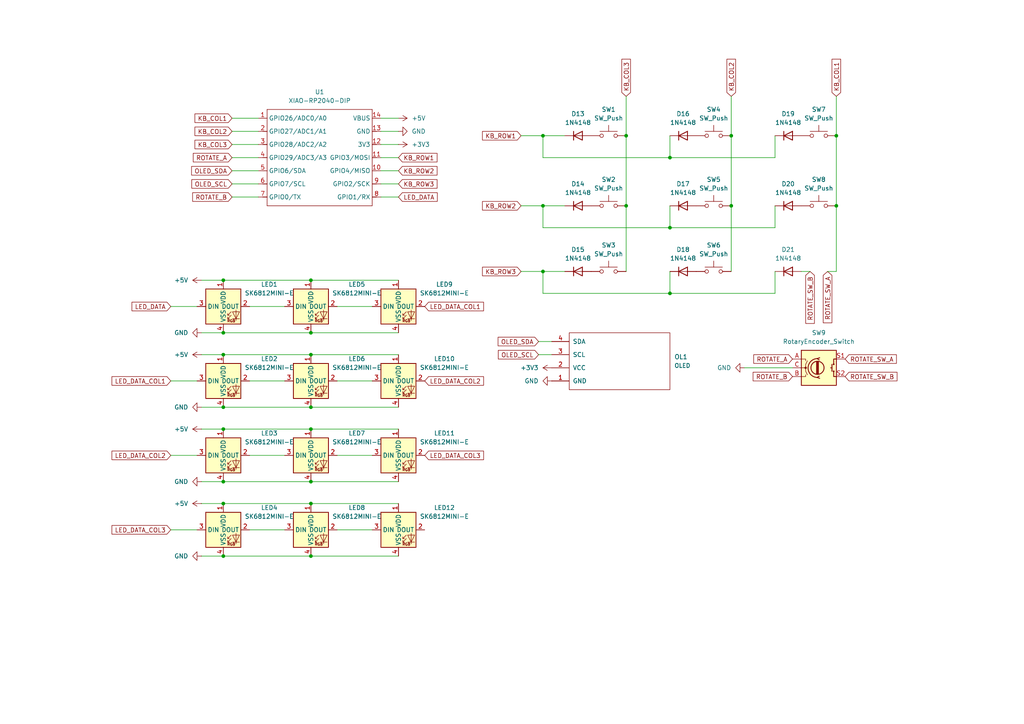
<source format=kicad_sch>
(kicad_sch
	(version 20250114)
	(generator "eeschema")
	(generator_version "9.0")
	(uuid "6b6b3cea-d7be-492a-8497-39e8e2710b38")
	(paper "A4")
	(lib_symbols
		(symbol "Device:RotaryEncoder_Switch"
			(pin_names
				(offset 0.254)
				(hide yes)
			)
			(exclude_from_sim no)
			(in_bom yes)
			(on_board yes)
			(property "Reference" "SW"
				(at 0 6.604 0)
				(effects
					(font
						(size 1.27 1.27)
					)
				)
			)
			(property "Value" "RotaryEncoder_Switch"
				(at 0 -6.604 0)
				(effects
					(font
						(size 1.27 1.27)
					)
				)
			)
			(property "Footprint" ""
				(at -3.81 4.064 0)
				(effects
					(font
						(size 1.27 1.27)
					)
					(hide yes)
				)
			)
			(property "Datasheet" "~"
				(at 0 6.604 0)
				(effects
					(font
						(size 1.27 1.27)
					)
					(hide yes)
				)
			)
			(property "Description" "Rotary encoder, dual channel, incremental quadrate outputs, with switch"
				(at 0 0 0)
				(effects
					(font
						(size 1.27 1.27)
					)
					(hide yes)
				)
			)
			(property "ki_keywords" "rotary switch encoder switch push button"
				(at 0 0 0)
				(effects
					(font
						(size 1.27 1.27)
					)
					(hide yes)
				)
			)
			(property "ki_fp_filters" "RotaryEncoder*Switch*"
				(at 0 0 0)
				(effects
					(font
						(size 1.27 1.27)
					)
					(hide yes)
				)
			)
			(symbol "RotaryEncoder_Switch_0_1"
				(rectangle
					(start -5.08 5.08)
					(end 5.08 -5.08)
					(stroke
						(width 0.254)
						(type default)
					)
					(fill
						(type background)
					)
				)
				(polyline
					(pts
						(xy -5.08 2.54) (xy -3.81 2.54) (xy -3.81 2.032)
					)
					(stroke
						(width 0)
						(type default)
					)
					(fill
						(type none)
					)
				)
				(polyline
					(pts
						(xy -5.08 0) (xy -3.81 0) (xy -3.81 -1.016) (xy -3.302 -2.032)
					)
					(stroke
						(width 0)
						(type default)
					)
					(fill
						(type none)
					)
				)
				(polyline
					(pts
						(xy -5.08 -2.54) (xy -3.81 -2.54) (xy -3.81 -2.032)
					)
					(stroke
						(width 0)
						(type default)
					)
					(fill
						(type none)
					)
				)
				(polyline
					(pts
						(xy -4.318 0) (xy -3.81 0) (xy -3.81 1.016) (xy -3.302 2.032)
					)
					(stroke
						(width 0)
						(type default)
					)
					(fill
						(type none)
					)
				)
				(circle
					(center -3.81 0)
					(radius 0.254)
					(stroke
						(width 0)
						(type default)
					)
					(fill
						(type outline)
					)
				)
				(polyline
					(pts
						(xy -0.635 -1.778) (xy -0.635 1.778)
					)
					(stroke
						(width 0.254)
						(type default)
					)
					(fill
						(type none)
					)
				)
				(circle
					(center -0.381 0)
					(radius 1.905)
					(stroke
						(width 0.254)
						(type default)
					)
					(fill
						(type none)
					)
				)
				(polyline
					(pts
						(xy -0.381 -1.778) (xy -0.381 1.778)
					)
					(stroke
						(width 0.254)
						(type default)
					)
					(fill
						(type none)
					)
				)
				(arc
					(start -0.381 -2.794)
					(mid -3.0988 -0.0635)
					(end -0.381 2.667)
					(stroke
						(width 0.254)
						(type default)
					)
					(fill
						(type none)
					)
				)
				(polyline
					(pts
						(xy -0.127 1.778) (xy -0.127 -1.778)
					)
					(stroke
						(width 0.254)
						(type default)
					)
					(fill
						(type none)
					)
				)
				(polyline
					(pts
						(xy 0.254 2.921) (xy -0.508 2.667) (xy 0.127 2.286)
					)
					(stroke
						(width 0.254)
						(type default)
					)
					(fill
						(type none)
					)
				)
				(polyline
					(pts
						(xy 0.254 -3.048) (xy -0.508 -2.794) (xy 0.127 -2.413)
					)
					(stroke
						(width 0.254)
						(type default)
					)
					(fill
						(type none)
					)
				)
				(polyline
					(pts
						(xy 3.81 1.016) (xy 3.81 -1.016)
					)
					(stroke
						(width 0.254)
						(type default)
					)
					(fill
						(type none)
					)
				)
				(polyline
					(pts
						(xy 3.81 0) (xy 3.429 0)
					)
					(stroke
						(width 0.254)
						(type default)
					)
					(fill
						(type none)
					)
				)
				(circle
					(center 4.318 1.016)
					(radius 0.127)
					(stroke
						(width 0.254)
						(type default)
					)
					(fill
						(type none)
					)
				)
				(circle
					(center 4.318 -1.016)
					(radius 0.127)
					(stroke
						(width 0.254)
						(type default)
					)
					(fill
						(type none)
					)
				)
				(polyline
					(pts
						(xy 5.08 2.54) (xy 4.318 2.54) (xy 4.318 1.016)
					)
					(stroke
						(width 0.254)
						(type default)
					)
					(fill
						(type none)
					)
				)
				(polyline
					(pts
						(xy 5.08 -2.54) (xy 4.318 -2.54) (xy 4.318 -1.016)
					)
					(stroke
						(width 0.254)
						(type default)
					)
					(fill
						(type none)
					)
				)
			)
			(symbol "RotaryEncoder_Switch_1_1"
				(pin passive line
					(at -7.62 2.54 0)
					(length 2.54)
					(name "A"
						(effects
							(font
								(size 1.27 1.27)
							)
						)
					)
					(number "A"
						(effects
							(font
								(size 1.27 1.27)
							)
						)
					)
				)
				(pin passive line
					(at -7.62 0 0)
					(length 2.54)
					(name "C"
						(effects
							(font
								(size 1.27 1.27)
							)
						)
					)
					(number "C"
						(effects
							(font
								(size 1.27 1.27)
							)
						)
					)
				)
				(pin passive line
					(at -7.62 -2.54 0)
					(length 2.54)
					(name "B"
						(effects
							(font
								(size 1.27 1.27)
							)
						)
					)
					(number "B"
						(effects
							(font
								(size 1.27 1.27)
							)
						)
					)
				)
				(pin passive line
					(at 7.62 2.54 180)
					(length 2.54)
					(name "S1"
						(effects
							(font
								(size 1.27 1.27)
							)
						)
					)
					(number "S1"
						(effects
							(font
								(size 1.27 1.27)
							)
						)
					)
				)
				(pin passive line
					(at 7.62 -2.54 180)
					(length 2.54)
					(name "S2"
						(effects
							(font
								(size 1.27 1.27)
							)
						)
					)
					(number "S2"
						(effects
							(font
								(size 1.27 1.27)
							)
						)
					)
				)
			)
			(embedded_fonts no)
		)
		(symbol "Diode:1N4148"
			(pin_numbers
				(hide yes)
			)
			(pin_names
				(hide yes)
			)
			(exclude_from_sim no)
			(in_bom yes)
			(on_board yes)
			(property "Reference" "D"
				(at 0 2.54 0)
				(effects
					(font
						(size 1.27 1.27)
					)
				)
			)
			(property "Value" "1N4148"
				(at 0 -2.54 0)
				(effects
					(font
						(size 1.27 1.27)
					)
				)
			)
			(property "Footprint" "Diode_THT:D_DO-35_SOD27_P7.62mm_Horizontal"
				(at 0 0 0)
				(effects
					(font
						(size 1.27 1.27)
					)
					(hide yes)
				)
			)
			(property "Datasheet" "https://assets.nexperia.com/documents/data-sheet/1N4148_1N4448.pdf"
				(at 0 0 0)
				(effects
					(font
						(size 1.27 1.27)
					)
					(hide yes)
				)
			)
			(property "Description" "100V 0.15A standard switching diode, DO-35"
				(at 0 0 0)
				(effects
					(font
						(size 1.27 1.27)
					)
					(hide yes)
				)
			)
			(property "Sim.Device" "D"
				(at 0 0 0)
				(effects
					(font
						(size 1.27 1.27)
					)
					(hide yes)
				)
			)
			(property "Sim.Pins" "1=K 2=A"
				(at 0 0 0)
				(effects
					(font
						(size 1.27 1.27)
					)
					(hide yes)
				)
			)
			(property "ki_keywords" "diode"
				(at 0 0 0)
				(effects
					(font
						(size 1.27 1.27)
					)
					(hide yes)
				)
			)
			(property "ki_fp_filters" "D*DO?35*"
				(at 0 0 0)
				(effects
					(font
						(size 1.27 1.27)
					)
					(hide yes)
				)
			)
			(symbol "1N4148_0_1"
				(polyline
					(pts
						(xy -1.27 1.27) (xy -1.27 -1.27)
					)
					(stroke
						(width 0.254)
						(type default)
					)
					(fill
						(type none)
					)
				)
				(polyline
					(pts
						(xy 1.27 1.27) (xy 1.27 -1.27) (xy -1.27 0) (xy 1.27 1.27)
					)
					(stroke
						(width 0.254)
						(type default)
					)
					(fill
						(type none)
					)
				)
				(polyline
					(pts
						(xy 1.27 0) (xy -1.27 0)
					)
					(stroke
						(width 0)
						(type default)
					)
					(fill
						(type none)
					)
				)
			)
			(symbol "1N4148_1_1"
				(pin passive line
					(at -3.81 0 0)
					(length 2.54)
					(name "K"
						(effects
							(font
								(size 1.27 1.27)
							)
						)
					)
					(number "1"
						(effects
							(font
								(size 1.27 1.27)
							)
						)
					)
				)
				(pin passive line
					(at 3.81 0 180)
					(length 2.54)
					(name "A"
						(effects
							(font
								(size 1.27 1.27)
							)
						)
					)
					(number "2"
						(effects
							(font
								(size 1.27 1.27)
							)
						)
					)
				)
			)
			(embedded_fonts no)
		)
		(symbol "I2C_OLED:OLED"
			(pin_names
				(offset 1.016)
			)
			(exclude_from_sim no)
			(in_bom yes)
			(on_board yes)
			(property "Reference" "OL1"
				(at 16.51 1.905 0)
				(effects
					(font
						(size 1.2954 1.2954)
					)
					(justify left)
				)
			)
			(property "Value" "OLED"
				(at 16.51 -0.635 0)
				(effects
					(font
						(size 1.1938 1.1938)
					)
					(justify left)
				)
			)
			(property "Footprint" "Imported:128x64OLED"
				(at 0 2.54 0)
				(effects
					(font
						(size 1.524 1.524)
					)
					(hide yes)
				)
			)
			(property "Datasheet" ""
				(at 0 2.54 0)
				(effects
					(font
						(size 1.524 1.524)
					)
					(hide yes)
				)
			)
			(property "Description" ""
				(at 0 0 0)
				(effects
					(font
						(size 1.27 1.27)
					)
					(hide yes)
				)
			)
			(symbol "OLED_0_1"
				(rectangle
					(start -13.97 8.89)
					(end 15.24 -7.62)
					(stroke
						(width 0)
						(type solid)
					)
					(fill
						(type none)
					)
				)
			)
			(symbol "OLED_1_1"
				(pin bidirectional line
					(at -19.05 6.35 0)
					(length 5.08)
					(name "SDA"
						(effects
							(font
								(size 1.27 1.27)
							)
						)
					)
					(number "4"
						(effects
							(font
								(size 1.27 1.27)
							)
						)
					)
				)
				(pin bidirectional line
					(at -19.05 2.54 0)
					(length 5.08)
					(name "SCL"
						(effects
							(font
								(size 1.27 1.27)
							)
						)
					)
					(number "3"
						(effects
							(font
								(size 1.27 1.27)
							)
						)
					)
				)
				(pin power_in line
					(at -19.05 -1.27 0)
					(length 5.08)
					(name "VCC"
						(effects
							(font
								(size 1.27 1.27)
							)
						)
					)
					(number "2"
						(effects
							(font
								(size 1.27 1.27)
							)
						)
					)
				)
				(pin power_in line
					(at -19.05 -5.08 0)
					(length 5.08)
					(name "GND"
						(effects
							(font
								(size 1.27 1.27)
							)
						)
					)
					(number "1"
						(effects
							(font
								(size 1.27 1.27)
							)
						)
					)
				)
			)
			(embedded_fonts no)
		)
		(symbol "PCM_marbastlib-various:SK6812MINI-E"
			(exclude_from_sim no)
			(in_bom yes)
			(on_board yes)
			(property "Reference" "LED"
				(at 2.54 6.35 0)
				(effects
					(font
						(size 1.27 1.27)
					)
				)
			)
			(property "Value" "SK6812MINI-E"
				(at 7.62 -6.35 0)
				(effects
					(font
						(size 1.27 1.27)
					)
				)
			)
			(property "Footprint" "PCM_marbastlib-various:LED_6028R"
				(at 0 0 0)
				(effects
					(font
						(size 1.27 1.27)
					)
					(hide yes)
				)
			)
			(property "Datasheet" ""
				(at 0 0 0)
				(effects
					(font
						(size 1.27 1.27)
					)
					(hide yes)
				)
			)
			(property "Description" "Reverse mount adressable LED (WS2812 protocol)"
				(at 0 0 0)
				(effects
					(font
						(size 1.27 1.27)
					)
					(hide yes)
				)
			)
			(property "ki_keywords" "reverse mount led revmount rgb"
				(at 0 0 0)
				(effects
					(font
						(size 1.27 1.27)
					)
					(hide yes)
				)
			)
			(symbol "SK6812MINI-E_0_0"
				(text "RGB"
					(at 2.286 -4.191 0)
					(effects
						(font
							(size 0.762 0.762)
						)
					)
				)
			)
			(symbol "SK6812MINI-E_0_1"
				(polyline
					(pts
						(xy 1.27 -2.54) (xy 1.778 -2.54)
					)
					(stroke
						(width 0)
						(type default)
					)
					(fill
						(type none)
					)
				)
				(polyline
					(pts
						(xy 1.27 -3.556) (xy 1.778 -3.556)
					)
					(stroke
						(width 0)
						(type default)
					)
					(fill
						(type none)
					)
				)
				(polyline
					(pts
						(xy 2.286 -1.524) (xy 1.27 -2.54) (xy 1.27 -2.032)
					)
					(stroke
						(width 0)
						(type default)
					)
					(fill
						(type none)
					)
				)
				(polyline
					(pts
						(xy 2.286 -2.54) (xy 1.27 -3.556) (xy 1.27 -3.048)
					)
					(stroke
						(width 0)
						(type default)
					)
					(fill
						(type none)
					)
				)
				(polyline
					(pts
						(xy 3.683 -1.016) (xy 3.683 -3.556) (xy 3.683 -4.064)
					)
					(stroke
						(width 0)
						(type default)
					)
					(fill
						(type none)
					)
				)
				(polyline
					(pts
						(xy 4.699 -1.524) (xy 2.667 -1.524) (xy 3.683 -3.556) (xy 4.699 -1.524)
					)
					(stroke
						(width 0)
						(type default)
					)
					(fill
						(type none)
					)
				)
				(polyline
					(pts
						(xy 4.699 -3.556) (xy 2.667 -3.556)
					)
					(stroke
						(width 0)
						(type default)
					)
					(fill
						(type none)
					)
				)
				(rectangle
					(start 5.08 5.08)
					(end -5.08 -5.08)
					(stroke
						(width 0.254)
						(type default)
					)
					(fill
						(type background)
					)
				)
			)
			(symbol "SK6812MINI-E_1_1"
				(pin input line
					(at -7.62 0 0)
					(length 2.54)
					(name "DIN"
						(effects
							(font
								(size 1.27 1.27)
							)
						)
					)
					(number "3"
						(effects
							(font
								(size 1.27 1.27)
							)
						)
					)
				)
				(pin power_in line
					(at 0 7.62 270)
					(length 2.54)
					(name "VDD"
						(effects
							(font
								(size 1.27 1.27)
							)
						)
					)
					(number "1"
						(effects
							(font
								(size 1.27 1.27)
							)
						)
					)
				)
				(pin power_in line
					(at 0 -7.62 90)
					(length 2.54)
					(name "VSS"
						(effects
							(font
								(size 1.27 1.27)
							)
						)
					)
					(number "4"
						(effects
							(font
								(size 1.27 1.27)
							)
						)
					)
				)
				(pin output line
					(at 7.62 0 180)
					(length 2.54)
					(name "DOUT"
						(effects
							(font
								(size 1.27 1.27)
							)
						)
					)
					(number "2"
						(effects
							(font
								(size 1.27 1.27)
							)
						)
					)
				)
			)
			(embedded_fonts no)
		)
		(symbol "Switch:SW_Push"
			(pin_numbers
				(hide yes)
			)
			(pin_names
				(offset 1.016)
				(hide yes)
			)
			(exclude_from_sim no)
			(in_bom yes)
			(on_board yes)
			(property "Reference" "SW"
				(at 1.27 2.54 0)
				(effects
					(font
						(size 1.27 1.27)
					)
					(justify left)
				)
			)
			(property "Value" "SW_Push"
				(at 0 -1.524 0)
				(effects
					(font
						(size 1.27 1.27)
					)
				)
			)
			(property "Footprint" ""
				(at 0 5.08 0)
				(effects
					(font
						(size 1.27 1.27)
					)
					(hide yes)
				)
			)
			(property "Datasheet" "~"
				(at 0 5.08 0)
				(effects
					(font
						(size 1.27 1.27)
					)
					(hide yes)
				)
			)
			(property "Description" "Push button switch, generic, two pins"
				(at 0 0 0)
				(effects
					(font
						(size 1.27 1.27)
					)
					(hide yes)
				)
			)
			(property "ki_keywords" "switch normally-open pushbutton push-button"
				(at 0 0 0)
				(effects
					(font
						(size 1.27 1.27)
					)
					(hide yes)
				)
			)
			(symbol "SW_Push_0_1"
				(circle
					(center -2.032 0)
					(radius 0.508)
					(stroke
						(width 0)
						(type default)
					)
					(fill
						(type none)
					)
				)
				(polyline
					(pts
						(xy 0 1.27) (xy 0 3.048)
					)
					(stroke
						(width 0)
						(type default)
					)
					(fill
						(type none)
					)
				)
				(circle
					(center 2.032 0)
					(radius 0.508)
					(stroke
						(width 0)
						(type default)
					)
					(fill
						(type none)
					)
				)
				(polyline
					(pts
						(xy 2.54 1.27) (xy -2.54 1.27)
					)
					(stroke
						(width 0)
						(type default)
					)
					(fill
						(type none)
					)
				)
				(pin passive line
					(at -5.08 0 0)
					(length 2.54)
					(name "1"
						(effects
							(font
								(size 1.27 1.27)
							)
						)
					)
					(number "1"
						(effects
							(font
								(size 1.27 1.27)
							)
						)
					)
				)
				(pin passive line
					(at 5.08 0 180)
					(length 2.54)
					(name "2"
						(effects
							(font
								(size 1.27 1.27)
							)
						)
					)
					(number "2"
						(effects
							(font
								(size 1.27 1.27)
							)
						)
					)
				)
			)
			(embedded_fonts no)
		)
		(symbol "Xiao OPL:XIAO-RP2040-DIP"
			(exclude_from_sim no)
			(in_bom yes)
			(on_board yes)
			(property "Reference" "U"
				(at 0 0 0)
				(effects
					(font
						(size 1.27 1.27)
					)
				)
			)
			(property "Value" "XIAO-RP2040-DIP"
				(at 5.334 -1.778 0)
				(effects
					(font
						(size 1.27 1.27)
					)
				)
			)
			(property "Footprint" "Module:MOUDLE14P-XIAO-DIP-SMD"
				(at 14.478 -32.258 0)
				(effects
					(font
						(size 1.27 1.27)
					)
					(hide yes)
				)
			)
			(property "Datasheet" ""
				(at 0 0 0)
				(effects
					(font
						(size 1.27 1.27)
					)
					(hide yes)
				)
			)
			(property "Description" ""
				(at 0 0 0)
				(effects
					(font
						(size 1.27 1.27)
					)
					(hide yes)
				)
			)
			(symbol "XIAO-RP2040-DIP_1_0"
				(polyline
					(pts
						(xy -1.27 -2.54) (xy 29.21 -2.54)
					)
					(stroke
						(width 0.1524)
						(type solid)
					)
					(fill
						(type none)
					)
				)
				(polyline
					(pts
						(xy -1.27 -5.08) (xy -2.54 -5.08)
					)
					(stroke
						(width 0.1524)
						(type solid)
					)
					(fill
						(type none)
					)
				)
				(polyline
					(pts
						(xy -1.27 -5.08) (xy -1.27 -2.54)
					)
					(stroke
						(width 0.1524)
						(type solid)
					)
					(fill
						(type none)
					)
				)
				(polyline
					(pts
						(xy -1.27 -8.89) (xy -2.54 -8.89)
					)
					(stroke
						(width 0.1524)
						(type solid)
					)
					(fill
						(type none)
					)
				)
				(polyline
					(pts
						(xy -1.27 -8.89) (xy -1.27 -5.08)
					)
					(stroke
						(width 0.1524)
						(type solid)
					)
					(fill
						(type none)
					)
				)
				(polyline
					(pts
						(xy -1.27 -12.7) (xy -2.54 -12.7)
					)
					(stroke
						(width 0.1524)
						(type solid)
					)
					(fill
						(type none)
					)
				)
				(polyline
					(pts
						(xy -1.27 -12.7) (xy -1.27 -8.89)
					)
					(stroke
						(width 0.1524)
						(type solid)
					)
					(fill
						(type none)
					)
				)
				(polyline
					(pts
						(xy -1.27 -16.51) (xy -2.54 -16.51)
					)
					(stroke
						(width 0.1524)
						(type solid)
					)
					(fill
						(type none)
					)
				)
				(polyline
					(pts
						(xy -1.27 -16.51) (xy -1.27 -12.7)
					)
					(stroke
						(width 0.1524)
						(type solid)
					)
					(fill
						(type none)
					)
				)
				(polyline
					(pts
						(xy -1.27 -20.32) (xy -2.54 -20.32)
					)
					(stroke
						(width 0.1524)
						(type solid)
					)
					(fill
						(type none)
					)
				)
				(polyline
					(pts
						(xy -1.27 -24.13) (xy -2.54 -24.13)
					)
					(stroke
						(width 0.1524)
						(type solid)
					)
					(fill
						(type none)
					)
				)
				(polyline
					(pts
						(xy -1.27 -27.94) (xy -2.54 -27.94)
					)
					(stroke
						(width 0.1524)
						(type solid)
					)
					(fill
						(type none)
					)
				)
				(polyline
					(pts
						(xy -1.27 -30.48) (xy -1.27 -16.51)
					)
					(stroke
						(width 0.1524)
						(type solid)
					)
					(fill
						(type none)
					)
				)
				(polyline
					(pts
						(xy 29.21 -2.54) (xy 29.21 -5.08)
					)
					(stroke
						(width 0.1524)
						(type solid)
					)
					(fill
						(type none)
					)
				)
				(polyline
					(pts
						(xy 29.21 -5.08) (xy 29.21 -8.89)
					)
					(stroke
						(width 0.1524)
						(type solid)
					)
					(fill
						(type none)
					)
				)
				(polyline
					(pts
						(xy 29.21 -8.89) (xy 29.21 -12.7)
					)
					(stroke
						(width 0.1524)
						(type solid)
					)
					(fill
						(type none)
					)
				)
				(polyline
					(pts
						(xy 29.21 -12.7) (xy 29.21 -30.48)
					)
					(stroke
						(width 0.1524)
						(type solid)
					)
					(fill
						(type none)
					)
				)
				(polyline
					(pts
						(xy 29.21 -30.48) (xy -1.27 -30.48)
					)
					(stroke
						(width 0.1524)
						(type solid)
					)
					(fill
						(type none)
					)
				)
				(polyline
					(pts
						(xy 30.48 -5.08) (xy 29.21 -5.08)
					)
					(stroke
						(width 0.1524)
						(type solid)
					)
					(fill
						(type none)
					)
				)
				(polyline
					(pts
						(xy 30.48 -8.89) (xy 29.21 -8.89)
					)
					(stroke
						(width 0.1524)
						(type solid)
					)
					(fill
						(type none)
					)
				)
				(polyline
					(pts
						(xy 30.48 -12.7) (xy 29.21 -12.7)
					)
					(stroke
						(width 0.1524)
						(type solid)
					)
					(fill
						(type none)
					)
				)
				(polyline
					(pts
						(xy 30.48 -16.51) (xy 29.21 -16.51)
					)
					(stroke
						(width 0.1524)
						(type solid)
					)
					(fill
						(type none)
					)
				)
				(polyline
					(pts
						(xy 30.48 -20.32) (xy 29.21 -20.32)
					)
					(stroke
						(width 0.1524)
						(type solid)
					)
					(fill
						(type none)
					)
				)
				(polyline
					(pts
						(xy 30.48 -24.13) (xy 29.21 -24.13)
					)
					(stroke
						(width 0.1524)
						(type solid)
					)
					(fill
						(type none)
					)
				)
				(polyline
					(pts
						(xy 30.48 -27.94) (xy 29.21 -27.94)
					)
					(stroke
						(width 0.1524)
						(type solid)
					)
					(fill
						(type none)
					)
				)
				(pin passive line
					(at -3.81 -5.08 0)
					(length 2.54)
					(name "GPIO26/ADC0/A0"
						(effects
							(font
								(size 1.27 1.27)
							)
						)
					)
					(number "1"
						(effects
							(font
								(size 1.27 1.27)
							)
						)
					)
				)
				(pin passive line
					(at -3.81 -8.89 0)
					(length 2.54)
					(name "GPIO27/ADC1/A1"
						(effects
							(font
								(size 1.27 1.27)
							)
						)
					)
					(number "2"
						(effects
							(font
								(size 1.27 1.27)
							)
						)
					)
				)
				(pin passive line
					(at -3.81 -12.7 0)
					(length 2.54)
					(name "GPIO28/ADC2/A2"
						(effects
							(font
								(size 1.27 1.27)
							)
						)
					)
					(number "3"
						(effects
							(font
								(size 1.27 1.27)
							)
						)
					)
				)
				(pin passive line
					(at -3.81 -16.51 0)
					(length 2.54)
					(name "GPIO29/ADC3/A3"
						(effects
							(font
								(size 1.27 1.27)
							)
						)
					)
					(number "4"
						(effects
							(font
								(size 1.27 1.27)
							)
						)
					)
				)
				(pin passive line
					(at -3.81 -20.32 0)
					(length 2.54)
					(name "GPIO6/SDA"
						(effects
							(font
								(size 1.27 1.27)
							)
						)
					)
					(number "5"
						(effects
							(font
								(size 1.27 1.27)
							)
						)
					)
				)
				(pin passive line
					(at -3.81 -24.13 0)
					(length 2.54)
					(name "GPIO7/SCL"
						(effects
							(font
								(size 1.27 1.27)
							)
						)
					)
					(number "6"
						(effects
							(font
								(size 1.27 1.27)
							)
						)
					)
				)
				(pin passive line
					(at -3.81 -27.94 0)
					(length 2.54)
					(name "GPIO0/TX"
						(effects
							(font
								(size 1.27 1.27)
							)
						)
					)
					(number "7"
						(effects
							(font
								(size 1.27 1.27)
							)
						)
					)
				)
				(pin passive line
					(at 31.75 -5.08 180)
					(length 2.54)
					(name "VBUS"
						(effects
							(font
								(size 1.27 1.27)
							)
						)
					)
					(number "14"
						(effects
							(font
								(size 1.27 1.27)
							)
						)
					)
				)
				(pin passive line
					(at 31.75 -8.89 180)
					(length 2.54)
					(name "GND"
						(effects
							(font
								(size 1.27 1.27)
							)
						)
					)
					(number "13"
						(effects
							(font
								(size 1.27 1.27)
							)
						)
					)
				)
				(pin passive line
					(at 31.75 -12.7 180)
					(length 2.54)
					(name "3V3"
						(effects
							(font
								(size 1.27 1.27)
							)
						)
					)
					(number "12"
						(effects
							(font
								(size 1.27 1.27)
							)
						)
					)
				)
				(pin passive line
					(at 31.75 -16.51 180)
					(length 2.54)
					(name "GPIO3/MOSI"
						(effects
							(font
								(size 1.27 1.27)
							)
						)
					)
					(number "11"
						(effects
							(font
								(size 1.27 1.27)
							)
						)
					)
				)
				(pin passive line
					(at 31.75 -20.32 180)
					(length 2.54)
					(name "GPIO4/MISO"
						(effects
							(font
								(size 1.27 1.27)
							)
						)
					)
					(number "10"
						(effects
							(font
								(size 1.27 1.27)
							)
						)
					)
				)
				(pin passive line
					(at 31.75 -24.13 180)
					(length 2.54)
					(name "GPIO2/SCK"
						(effects
							(font
								(size 1.27 1.27)
							)
						)
					)
					(number "9"
						(effects
							(font
								(size 1.27 1.27)
							)
						)
					)
				)
				(pin passive line
					(at 31.75 -27.94 180)
					(length 2.54)
					(name "GPIO1/RX"
						(effects
							(font
								(size 1.27 1.27)
							)
						)
					)
					(number "8"
						(effects
							(font
								(size 1.27 1.27)
							)
						)
					)
				)
			)
			(embedded_fonts no)
		)
		(symbol "power:+3V3"
			(power)
			(pin_numbers
				(hide yes)
			)
			(pin_names
				(offset 0)
				(hide yes)
			)
			(exclude_from_sim no)
			(in_bom yes)
			(on_board yes)
			(property "Reference" "#PWR"
				(at 0 -3.81 0)
				(effects
					(font
						(size 1.27 1.27)
					)
					(hide yes)
				)
			)
			(property "Value" "+3V3"
				(at 0 3.556 0)
				(effects
					(font
						(size 1.27 1.27)
					)
				)
			)
			(property "Footprint" ""
				(at 0 0 0)
				(effects
					(font
						(size 1.27 1.27)
					)
					(hide yes)
				)
			)
			(property "Datasheet" ""
				(at 0 0 0)
				(effects
					(font
						(size 1.27 1.27)
					)
					(hide yes)
				)
			)
			(property "Description" "Power symbol creates a global label with name \"+3V3\""
				(at 0 0 0)
				(effects
					(font
						(size 1.27 1.27)
					)
					(hide yes)
				)
			)
			(property "ki_keywords" "global power"
				(at 0 0 0)
				(effects
					(font
						(size 1.27 1.27)
					)
					(hide yes)
				)
			)
			(symbol "+3V3_0_1"
				(polyline
					(pts
						(xy -0.762 1.27) (xy 0 2.54)
					)
					(stroke
						(width 0)
						(type default)
					)
					(fill
						(type none)
					)
				)
				(polyline
					(pts
						(xy 0 2.54) (xy 0.762 1.27)
					)
					(stroke
						(width 0)
						(type default)
					)
					(fill
						(type none)
					)
				)
				(polyline
					(pts
						(xy 0 0) (xy 0 2.54)
					)
					(stroke
						(width 0)
						(type default)
					)
					(fill
						(type none)
					)
				)
			)
			(symbol "+3V3_1_1"
				(pin power_in line
					(at 0 0 90)
					(length 0)
					(name "~"
						(effects
							(font
								(size 1.27 1.27)
							)
						)
					)
					(number "1"
						(effects
							(font
								(size 1.27 1.27)
							)
						)
					)
				)
			)
			(embedded_fonts no)
		)
		(symbol "power:+5V"
			(power)
			(pin_numbers
				(hide yes)
			)
			(pin_names
				(offset 0)
				(hide yes)
			)
			(exclude_from_sim no)
			(in_bom yes)
			(on_board yes)
			(property "Reference" "#PWR"
				(at 0 -3.81 0)
				(effects
					(font
						(size 1.27 1.27)
					)
					(hide yes)
				)
			)
			(property "Value" "+5V"
				(at 0 3.556 0)
				(effects
					(font
						(size 1.27 1.27)
					)
				)
			)
			(property "Footprint" ""
				(at 0 0 0)
				(effects
					(font
						(size 1.27 1.27)
					)
					(hide yes)
				)
			)
			(property "Datasheet" ""
				(at 0 0 0)
				(effects
					(font
						(size 1.27 1.27)
					)
					(hide yes)
				)
			)
			(property "Description" "Power symbol creates a global label with name \"+5V\""
				(at 0 0 0)
				(effects
					(font
						(size 1.27 1.27)
					)
					(hide yes)
				)
			)
			(property "ki_keywords" "global power"
				(at 0 0 0)
				(effects
					(font
						(size 1.27 1.27)
					)
					(hide yes)
				)
			)
			(symbol "+5V_0_1"
				(polyline
					(pts
						(xy -0.762 1.27) (xy 0 2.54)
					)
					(stroke
						(width 0)
						(type default)
					)
					(fill
						(type none)
					)
				)
				(polyline
					(pts
						(xy 0 2.54) (xy 0.762 1.27)
					)
					(stroke
						(width 0)
						(type default)
					)
					(fill
						(type none)
					)
				)
				(polyline
					(pts
						(xy 0 0) (xy 0 2.54)
					)
					(stroke
						(width 0)
						(type default)
					)
					(fill
						(type none)
					)
				)
			)
			(symbol "+5V_1_1"
				(pin power_in line
					(at 0 0 90)
					(length 0)
					(name "~"
						(effects
							(font
								(size 1.27 1.27)
							)
						)
					)
					(number "1"
						(effects
							(font
								(size 1.27 1.27)
							)
						)
					)
				)
			)
			(embedded_fonts no)
		)
		(symbol "power:GND"
			(power)
			(pin_numbers
				(hide yes)
			)
			(pin_names
				(offset 0)
				(hide yes)
			)
			(exclude_from_sim no)
			(in_bom yes)
			(on_board yes)
			(property "Reference" "#PWR"
				(at 0 -6.35 0)
				(effects
					(font
						(size 1.27 1.27)
					)
					(hide yes)
				)
			)
			(property "Value" "GND"
				(at 0 -3.81 0)
				(effects
					(font
						(size 1.27 1.27)
					)
				)
			)
			(property "Footprint" ""
				(at 0 0 0)
				(effects
					(font
						(size 1.27 1.27)
					)
					(hide yes)
				)
			)
			(property "Datasheet" ""
				(at 0 0 0)
				(effects
					(font
						(size 1.27 1.27)
					)
					(hide yes)
				)
			)
			(property "Description" "Power symbol creates a global label with name \"GND\" , ground"
				(at 0 0 0)
				(effects
					(font
						(size 1.27 1.27)
					)
					(hide yes)
				)
			)
			(property "ki_keywords" "global power"
				(at 0 0 0)
				(effects
					(font
						(size 1.27 1.27)
					)
					(hide yes)
				)
			)
			(symbol "GND_0_1"
				(polyline
					(pts
						(xy 0 0) (xy 0 -1.27) (xy 1.27 -1.27) (xy 0 -2.54) (xy -1.27 -1.27) (xy 0 -1.27)
					)
					(stroke
						(width 0)
						(type default)
					)
					(fill
						(type none)
					)
				)
			)
			(symbol "GND_1_1"
				(pin power_in line
					(at 0 0 270)
					(length 0)
					(name "~"
						(effects
							(font
								(size 1.27 1.27)
							)
						)
					)
					(number "1"
						(effects
							(font
								(size 1.27 1.27)
							)
						)
					)
				)
			)
			(embedded_fonts no)
		)
	)
	(junction
		(at 64.77 161.29)
		(diameter 0)
		(color 0 0 0 0)
		(uuid "008d2e85-23ba-4fd4-a9db-77622b2f757d")
	)
	(junction
		(at 181.61 39.37)
		(diameter 0)
		(color 0 0 0 0)
		(uuid "192ee1d5-a791-4f77-8b8b-22ecec362469")
	)
	(junction
		(at 157.48 59.69)
		(diameter 0)
		(color 0 0 0 0)
		(uuid "1a8fa086-2de8-44b3-93fb-98af99aa2e72")
	)
	(junction
		(at 90.17 146.05)
		(diameter 0)
		(color 0 0 0 0)
		(uuid "24b1c1fe-048f-4dc9-82c6-d5d9705d43e8")
	)
	(junction
		(at 242.57 39.37)
		(diameter 0)
		(color 0 0 0 0)
		(uuid "28047587-fad2-4f2a-85ea-6fb5b53b0dc4")
	)
	(junction
		(at 90.17 139.7)
		(diameter 0)
		(color 0 0 0 0)
		(uuid "29f1bbaf-8afa-403b-a393-f2f4bc46703d")
	)
	(junction
		(at 64.77 124.46)
		(diameter 0)
		(color 0 0 0 0)
		(uuid "2aed67c5-5d2e-4b7f-bc19-268a36ff2f44")
	)
	(junction
		(at 64.77 81.28)
		(diameter 0)
		(color 0 0 0 0)
		(uuid "631034dd-ac42-4552-b2a6-8e8097bca17a")
	)
	(junction
		(at 181.61 59.69)
		(diameter 0)
		(color 0 0 0 0)
		(uuid "6acad65b-3f57-453c-bd2c-32a384d7c91c")
	)
	(junction
		(at 212.09 59.69)
		(diameter 0)
		(color 0 0 0 0)
		(uuid "7270d143-ea8e-4596-a73f-578fe0cc4d2b")
	)
	(junction
		(at 194.31 85.09)
		(diameter 0)
		(color 0 0 0 0)
		(uuid "7c48618f-7070-46fc-9a43-6bd1a250795f")
	)
	(junction
		(at 242.57 59.69)
		(diameter 0)
		(color 0 0 0 0)
		(uuid "831128e6-be9a-4997-a46c-8e9f65dba372")
	)
	(junction
		(at 90.17 161.29)
		(diameter 0)
		(color 0 0 0 0)
		(uuid "8dbf338b-dea3-4859-b164-ae1dcf9d13bc")
	)
	(junction
		(at 157.48 78.74)
		(diameter 0)
		(color 0 0 0 0)
		(uuid "8e000833-fd51-4bd1-92cf-ac2d4c206cc2")
	)
	(junction
		(at 90.17 124.46)
		(diameter 0)
		(color 0 0 0 0)
		(uuid "904c2a68-9d5d-440f-ab20-fc974795ef4a")
	)
	(junction
		(at 194.31 45.72)
		(diameter 0)
		(color 0 0 0 0)
		(uuid "9c90bab9-e526-4831-bda0-34a23c03dbd1")
	)
	(junction
		(at 90.17 102.87)
		(diameter 0)
		(color 0 0 0 0)
		(uuid "9dd5e6bd-c412-4907-ac8e-88a923e45ce7")
	)
	(junction
		(at 212.09 39.37)
		(diameter 0)
		(color 0 0 0 0)
		(uuid "aaa7310c-7db9-428b-a648-13f009baab41")
	)
	(junction
		(at 90.17 81.28)
		(diameter 0)
		(color 0 0 0 0)
		(uuid "ada4f8bd-43ae-490f-ba54-423925d18406")
	)
	(junction
		(at 64.77 139.7)
		(diameter 0)
		(color 0 0 0 0)
		(uuid "b0293d45-11a6-4079-8d1a-3540f2b2918c")
	)
	(junction
		(at 64.77 102.87)
		(diameter 0)
		(color 0 0 0 0)
		(uuid "b595b8ce-ca55-4207-ba7b-eb31141d4d89")
	)
	(junction
		(at 64.77 118.11)
		(diameter 0)
		(color 0 0 0 0)
		(uuid "c2fdc556-1b34-4b7e-ba6c-3b70e4f317f3")
	)
	(junction
		(at 90.17 96.52)
		(diameter 0)
		(color 0 0 0 0)
		(uuid "c5a79c18-e8ba-4c42-8ed2-6a299a365a40")
	)
	(junction
		(at 194.31 66.04)
		(diameter 0)
		(color 0 0 0 0)
		(uuid "d7a59bf5-eaec-4433-8a25-757bfcdda352")
	)
	(junction
		(at 64.77 96.52)
		(diameter 0)
		(color 0 0 0 0)
		(uuid "e37a9b51-eb9e-44b5-9934-c6df8bff6d53")
	)
	(junction
		(at 157.48 39.37)
		(diameter 0)
		(color 0 0 0 0)
		(uuid "ed3bedf3-97d1-4848-84e8-f865d34e395b")
	)
	(junction
		(at 64.77 146.05)
		(diameter 0)
		(color 0 0 0 0)
		(uuid "f4364457-9184-476a-b716-0b117a08f775")
	)
	(junction
		(at 90.17 118.11)
		(diameter 0)
		(color 0 0 0 0)
		(uuid "f888eb43-c292-483e-8426-523a61105ab8")
	)
	(wire
		(pts
			(xy 194.31 66.04) (xy 157.48 66.04)
		)
		(stroke
			(width 0)
			(type default)
		)
		(uuid "032c8570-3584-4de3-95d0-78a3f326b1a6")
	)
	(wire
		(pts
			(xy 242.57 59.69) (xy 242.57 78.74)
		)
		(stroke
			(width 0)
			(type default)
		)
		(uuid "039ba252-ef70-404a-b95f-577a70bea5c8")
	)
	(wire
		(pts
			(xy 67.31 45.72) (xy 74.93 45.72)
		)
		(stroke
			(width 0)
			(type default)
		)
		(uuid "0d4678ae-4cc5-4181-ae10-86b58db06e00")
	)
	(wire
		(pts
			(xy 110.49 53.34) (xy 115.57 53.34)
		)
		(stroke
			(width 0)
			(type default)
		)
		(uuid "11119afa-2c3f-4698-904a-a704ceb2b01a")
	)
	(wire
		(pts
			(xy 90.17 161.29) (xy 115.57 161.29)
		)
		(stroke
			(width 0)
			(type default)
		)
		(uuid "1307da47-9898-4209-a9b0-70d0f69e095c")
	)
	(wire
		(pts
			(xy 242.57 27.94) (xy 242.57 39.37)
		)
		(stroke
			(width 0)
			(type default)
		)
		(uuid "147c5820-4ab6-4894-8f7b-41c0de1acc23")
	)
	(wire
		(pts
			(xy 157.48 85.09) (xy 157.48 78.74)
		)
		(stroke
			(width 0)
			(type default)
		)
		(uuid "1684247e-b6e3-4ff8-b183-1e195c55b480")
	)
	(wire
		(pts
			(xy 194.31 78.74) (xy 194.31 85.09)
		)
		(stroke
			(width 0)
			(type default)
		)
		(uuid "1872e72a-0712-4b2f-afe6-45754440d8b1")
	)
	(wire
		(pts
			(xy 72.39 88.9) (xy 82.55 88.9)
		)
		(stroke
			(width 0)
			(type default)
		)
		(uuid "18c8aae7-8e82-4a11-b244-e3649a0bbbac")
	)
	(wire
		(pts
			(xy 67.31 57.15) (xy 74.93 57.15)
		)
		(stroke
			(width 0)
			(type default)
		)
		(uuid "23089a9a-3fe4-40ca-b74e-fa4ccdd3ad39")
	)
	(wire
		(pts
			(xy 110.49 41.91) (xy 115.57 41.91)
		)
		(stroke
			(width 0)
			(type default)
		)
		(uuid "25ddae5f-3e38-460f-aecd-07fe1dbdfc6b")
	)
	(wire
		(pts
			(xy 49.53 132.08) (xy 57.15 132.08)
		)
		(stroke
			(width 0)
			(type default)
		)
		(uuid "2b2ff0a3-7d7e-4f41-b238-e7548183baf0")
	)
	(wire
		(pts
			(xy 240.03 78.74) (xy 242.57 78.74)
		)
		(stroke
			(width 0)
			(type default)
		)
		(uuid "394461f5-2c77-4af4-bceb-6024215475d4")
	)
	(wire
		(pts
			(xy 90.17 146.05) (xy 115.57 146.05)
		)
		(stroke
			(width 0)
			(type default)
		)
		(uuid "3c9b9528-cccf-4084-a625-30e0b30bd7cb")
	)
	(wire
		(pts
			(xy 64.77 118.11) (xy 90.17 118.11)
		)
		(stroke
			(width 0)
			(type default)
		)
		(uuid "3d66b462-a4b0-40f8-9905-4fb5038d14f0")
	)
	(wire
		(pts
			(xy 224.79 78.74) (xy 224.79 85.09)
		)
		(stroke
			(width 0)
			(type default)
		)
		(uuid "4229f3f9-2135-49f7-b1c0-f1bb25882297")
	)
	(wire
		(pts
			(xy 224.79 39.37) (xy 224.79 45.72)
		)
		(stroke
			(width 0)
			(type default)
		)
		(uuid "43b10fbc-dec1-48ab-982c-335606b693f3")
	)
	(wire
		(pts
			(xy 157.48 66.04) (xy 157.48 59.69)
		)
		(stroke
			(width 0)
			(type default)
		)
		(uuid "46ce955e-e2af-4d7b-9132-f96935855985")
	)
	(wire
		(pts
			(xy 49.53 153.67) (xy 57.15 153.67)
		)
		(stroke
			(width 0)
			(type default)
		)
		(uuid "47cb0f17-e6a8-4d58-b4bc-c1a61ff8a61a")
	)
	(wire
		(pts
			(xy 157.48 85.09) (xy 194.31 85.09)
		)
		(stroke
			(width 0)
			(type default)
		)
		(uuid "4b0ebd58-b2f8-40e8-9345-462af8471c6d")
	)
	(wire
		(pts
			(xy 58.42 118.11) (xy 64.77 118.11)
		)
		(stroke
			(width 0)
			(type default)
		)
		(uuid "4ba4bd28-2d1f-4edb-9fc7-31d2368acd14")
	)
	(wire
		(pts
			(xy 110.49 34.29) (xy 115.57 34.29)
		)
		(stroke
			(width 0)
			(type default)
		)
		(uuid "4c04bfe8-14e6-4483-ab01-619b5feeca56")
	)
	(wire
		(pts
			(xy 110.49 38.1) (xy 115.57 38.1)
		)
		(stroke
			(width 0)
			(type default)
		)
		(uuid "4e455cbe-4ea0-4b18-b22f-79719cc15d5b")
	)
	(wire
		(pts
			(xy 151.13 78.74) (xy 157.48 78.74)
		)
		(stroke
			(width 0)
			(type default)
		)
		(uuid "52392e99-a44d-46b2-a0e0-e1260d79202f")
	)
	(wire
		(pts
			(xy 224.79 59.69) (xy 224.79 66.04)
		)
		(stroke
			(width 0)
			(type default)
		)
		(uuid "54a66f94-6a8c-4842-9474-47c9feabf815")
	)
	(wire
		(pts
			(xy 58.42 146.05) (xy 64.77 146.05)
		)
		(stroke
			(width 0)
			(type default)
		)
		(uuid "560e1eaa-83d5-4b51-9685-fc4799f1a44d")
	)
	(wire
		(pts
			(xy 90.17 81.28) (xy 115.57 81.28)
		)
		(stroke
			(width 0)
			(type default)
		)
		(uuid "594c5136-9d2c-401b-86e4-a1d324f82b9f")
	)
	(wire
		(pts
			(xy 64.77 124.46) (xy 90.17 124.46)
		)
		(stroke
			(width 0)
			(type default)
		)
		(uuid "5ec50efa-62cc-4b11-8d22-c4ee8aae17fb")
	)
	(wire
		(pts
			(xy 58.42 124.46) (xy 64.77 124.46)
		)
		(stroke
			(width 0)
			(type default)
		)
		(uuid "60697d8a-24db-4b38-9114-252d12944520")
	)
	(wire
		(pts
			(xy 157.48 45.72) (xy 157.48 39.37)
		)
		(stroke
			(width 0)
			(type default)
		)
		(uuid "62a8b411-b816-4bfe-b267-4414f0560ce6")
	)
	(wire
		(pts
			(xy 97.79 88.9) (xy 107.95 88.9)
		)
		(stroke
			(width 0)
			(type default)
		)
		(uuid "65f92918-23c3-45d3-822a-25cc78638881")
	)
	(wire
		(pts
			(xy 67.31 38.1) (xy 74.93 38.1)
		)
		(stroke
			(width 0)
			(type default)
		)
		(uuid "67e136bc-4c48-4cae-a4fe-b53aba16497c")
	)
	(wire
		(pts
			(xy 157.48 78.74) (xy 163.83 78.74)
		)
		(stroke
			(width 0)
			(type default)
		)
		(uuid "6866bb84-cfbe-4d95-8e09-9361507892b9")
	)
	(wire
		(pts
			(xy 67.31 34.29) (xy 74.93 34.29)
		)
		(stroke
			(width 0)
			(type default)
		)
		(uuid "6cb95b29-d657-442b-907c-92316524c2f9")
	)
	(wire
		(pts
			(xy 157.48 39.37) (xy 163.83 39.37)
		)
		(stroke
			(width 0)
			(type default)
		)
		(uuid "6d0db4c8-8bec-40e9-bd80-fa5ba2f197c1")
	)
	(wire
		(pts
			(xy 194.31 59.69) (xy 194.31 66.04)
		)
		(stroke
			(width 0)
			(type default)
		)
		(uuid "7135b377-78cc-4a2d-9596-ef0848fb6f05")
	)
	(wire
		(pts
			(xy 58.42 81.28) (xy 64.77 81.28)
		)
		(stroke
			(width 0)
			(type default)
		)
		(uuid "71a7d5da-188a-481d-afde-4492bee85bfd")
	)
	(wire
		(pts
			(xy 194.31 66.04) (xy 224.79 66.04)
		)
		(stroke
			(width 0)
			(type default)
		)
		(uuid "72b2ea0b-0d99-4f93-9a9c-e4f8221d5d6b")
	)
	(wire
		(pts
			(xy 67.31 41.91) (xy 74.93 41.91)
		)
		(stroke
			(width 0)
			(type default)
		)
		(uuid "73c82ade-5060-4ff8-a70d-90870627e452")
	)
	(wire
		(pts
			(xy 181.61 59.69) (xy 181.61 78.74)
		)
		(stroke
			(width 0)
			(type default)
		)
		(uuid "768d81ba-639c-45d7-bf58-f21d13069590")
	)
	(wire
		(pts
			(xy 64.77 81.28) (xy 90.17 81.28)
		)
		(stroke
			(width 0)
			(type default)
		)
		(uuid "7b3166eb-7cf0-4b9e-af7d-1420c9bdb617")
	)
	(wire
		(pts
			(xy 242.57 39.37) (xy 242.57 59.69)
		)
		(stroke
			(width 0)
			(type default)
		)
		(uuid "7c1a6235-3f3e-4e5d-beea-67aadc85ff23")
	)
	(wire
		(pts
			(xy 49.53 110.49) (xy 57.15 110.49)
		)
		(stroke
			(width 0)
			(type default)
		)
		(uuid "7e9c1c79-aa23-44a3-a09e-c5d840ab86a4")
	)
	(wire
		(pts
			(xy 67.31 49.53) (xy 74.93 49.53)
		)
		(stroke
			(width 0)
			(type default)
		)
		(uuid "84824b8d-2e0b-4c43-b6fa-9ded0a168f04")
	)
	(wire
		(pts
			(xy 64.77 146.05) (xy 90.17 146.05)
		)
		(stroke
			(width 0)
			(type default)
		)
		(uuid "859d7701-3d4a-4540-9fd0-c41e75a0eaae")
	)
	(wire
		(pts
			(xy 232.41 78.74) (xy 234.95 78.74)
		)
		(stroke
			(width 0)
			(type default)
		)
		(uuid "87ab4a81-434c-46c5-b99c-7b174621b220")
	)
	(wire
		(pts
			(xy 110.49 49.53) (xy 115.57 49.53)
		)
		(stroke
			(width 0)
			(type default)
		)
		(uuid "8f533fb1-583e-4671-80ed-c65430f21126")
	)
	(wire
		(pts
			(xy 110.49 45.72) (xy 115.57 45.72)
		)
		(stroke
			(width 0)
			(type default)
		)
		(uuid "906c44d2-8dfc-4304-8490-8f9ddbf4bcb1")
	)
	(wire
		(pts
			(xy 64.77 161.29) (xy 90.17 161.29)
		)
		(stroke
			(width 0)
			(type default)
		)
		(uuid "926af8ce-cf76-4184-b3ac-b70c57fcf9c5")
	)
	(wire
		(pts
			(xy 97.79 110.49) (xy 107.95 110.49)
		)
		(stroke
			(width 0)
			(type default)
		)
		(uuid "9ffb0453-c8f8-4050-978f-0e5515dadaff")
	)
	(wire
		(pts
			(xy 90.17 96.52) (xy 115.57 96.52)
		)
		(stroke
			(width 0)
			(type default)
		)
		(uuid "a06b0eed-d7fa-4d5f-b853-030a897879f8")
	)
	(wire
		(pts
			(xy 156.21 99.06) (xy 160.02 99.06)
		)
		(stroke
			(width 0)
			(type default)
		)
		(uuid "a185a688-25eb-4929-9617-8ded9fef74f0")
	)
	(wire
		(pts
			(xy 49.53 88.9) (xy 57.15 88.9)
		)
		(stroke
			(width 0)
			(type default)
		)
		(uuid "a1ba6c26-42d7-4e34-b0ab-97de2d61b8e0")
	)
	(wire
		(pts
			(xy 64.77 102.87) (xy 90.17 102.87)
		)
		(stroke
			(width 0)
			(type default)
		)
		(uuid "a1ccf7eb-fe52-4f63-99d7-9465b304edd7")
	)
	(wire
		(pts
			(xy 97.79 153.67) (xy 107.95 153.67)
		)
		(stroke
			(width 0)
			(type default)
		)
		(uuid "a29090f3-0c04-4640-9a77-f811d30a1341")
	)
	(wire
		(pts
			(xy 72.39 153.67) (xy 82.55 153.67)
		)
		(stroke
			(width 0)
			(type default)
		)
		(uuid "aa208382-123d-4352-a13b-0492dedad9f0")
	)
	(wire
		(pts
			(xy 212.09 39.37) (xy 212.09 59.69)
		)
		(stroke
			(width 0)
			(type default)
		)
		(uuid "ad64a1eb-11f7-4262-83fd-2d78d16fd775")
	)
	(wire
		(pts
			(xy 90.17 139.7) (xy 115.57 139.7)
		)
		(stroke
			(width 0)
			(type default)
		)
		(uuid "ae77958b-99b8-45cb-bdf8-1792212b7318")
	)
	(wire
		(pts
			(xy 64.77 139.7) (xy 90.17 139.7)
		)
		(stroke
			(width 0)
			(type default)
		)
		(uuid "aff5a12b-e741-4f75-9d5a-3e33a10976e1")
	)
	(wire
		(pts
			(xy 72.39 132.08) (xy 82.55 132.08)
		)
		(stroke
			(width 0)
			(type default)
		)
		(uuid "b32fb5bf-2a7f-4993-a194-fd07931fd136")
	)
	(wire
		(pts
			(xy 151.13 39.37) (xy 157.48 39.37)
		)
		(stroke
			(width 0)
			(type default)
		)
		(uuid "b58da37e-f461-4f3a-aedf-247f01484269")
	)
	(wire
		(pts
			(xy 90.17 102.87) (xy 115.57 102.87)
		)
		(stroke
			(width 0)
			(type default)
		)
		(uuid "b80cadb7-92ce-43ba-9853-79ba43da73f2")
	)
	(wire
		(pts
			(xy 90.17 118.11) (xy 115.57 118.11)
		)
		(stroke
			(width 0)
			(type default)
		)
		(uuid "b823fbf3-0676-4b72-9fb4-59fbb50e3ecd")
	)
	(wire
		(pts
			(xy 181.61 39.37) (xy 181.61 59.69)
		)
		(stroke
			(width 0)
			(type default)
		)
		(uuid "bdb96df7-9837-472a-908f-7adcee6f9545")
	)
	(wire
		(pts
			(xy 181.61 27.94) (xy 181.61 39.37)
		)
		(stroke
			(width 0)
			(type default)
		)
		(uuid "bf8c5799-ec18-4809-a425-cc8e1c19cac7")
	)
	(wire
		(pts
			(xy 72.39 110.49) (xy 82.55 110.49)
		)
		(stroke
			(width 0)
			(type default)
		)
		(uuid "c39c95ad-67c7-4d9f-9fd5-77b5b951edff")
	)
	(wire
		(pts
			(xy 194.31 45.72) (xy 224.79 45.72)
		)
		(stroke
			(width 0)
			(type default)
		)
		(uuid "c538dd5f-82df-40a8-96ef-d8e6c1c8e253")
	)
	(wire
		(pts
			(xy 212.09 27.94) (xy 212.09 39.37)
		)
		(stroke
			(width 0)
			(type default)
		)
		(uuid "c6af5a99-cdbe-4dd3-9471-84cf053bc859")
	)
	(wire
		(pts
			(xy 194.31 39.37) (xy 194.31 45.72)
		)
		(stroke
			(width 0)
			(type default)
		)
		(uuid "c6feb970-3dca-4996-88c5-03f6f7b5bf57")
	)
	(wire
		(pts
			(xy 151.13 59.69) (xy 157.48 59.69)
		)
		(stroke
			(width 0)
			(type default)
		)
		(uuid "c7c6a6f4-16d1-4ae1-ada0-6e90fe8bf32d")
	)
	(wire
		(pts
			(xy 212.09 59.69) (xy 212.09 78.74)
		)
		(stroke
			(width 0)
			(type default)
		)
		(uuid "cda4db2a-c8ff-42d4-b386-546329007095")
	)
	(wire
		(pts
			(xy 58.42 102.87) (xy 64.77 102.87)
		)
		(stroke
			(width 0)
			(type default)
		)
		(uuid "ce332522-4c67-4076-a913-b6fa000c4b12")
	)
	(wire
		(pts
			(xy 58.42 161.29) (xy 64.77 161.29)
		)
		(stroke
			(width 0)
			(type default)
		)
		(uuid "db037855-1bbd-47d2-ab9a-85255cd8a26c")
	)
	(wire
		(pts
			(xy 156.21 102.87) (xy 160.02 102.87)
		)
		(stroke
			(width 0)
			(type default)
		)
		(uuid "e3c221fc-b39a-49ce-84ff-e6e38f510a0d")
	)
	(wire
		(pts
			(xy 58.42 139.7) (xy 64.77 139.7)
		)
		(stroke
			(width 0)
			(type default)
		)
		(uuid "e53f62f6-1599-4d91-8b2e-e17acb862d5e")
	)
	(wire
		(pts
			(xy 90.17 124.46) (xy 115.57 124.46)
		)
		(stroke
			(width 0)
			(type default)
		)
		(uuid "e56d7f99-071d-4d1a-b82b-7eaba29d223d")
	)
	(wire
		(pts
			(xy 97.79 132.08) (xy 107.95 132.08)
		)
		(stroke
			(width 0)
			(type default)
		)
		(uuid "e81f884f-a29d-42fa-80fc-2d3f3378c206")
	)
	(wire
		(pts
			(xy 67.31 53.34) (xy 74.93 53.34)
		)
		(stroke
			(width 0)
			(type default)
		)
		(uuid "e937a34f-2eef-490c-ac81-8a3d06fabc66")
	)
	(wire
		(pts
			(xy 157.48 45.72) (xy 194.31 45.72)
		)
		(stroke
			(width 0)
			(type default)
		)
		(uuid "ea966c3a-725a-4f8d-84eb-351b3920175a")
	)
	(wire
		(pts
			(xy 58.42 96.52) (xy 64.77 96.52)
		)
		(stroke
			(width 0)
			(type default)
		)
		(uuid "eb0ae979-dce6-462d-91e6-9244e42797e6")
	)
	(wire
		(pts
			(xy 194.31 85.09) (xy 224.79 85.09)
		)
		(stroke
			(width 0)
			(type default)
		)
		(uuid "eb5aace4-1f3b-4b7a-a4ab-e39fc31e6b57")
	)
	(wire
		(pts
			(xy 157.48 59.69) (xy 163.83 59.69)
		)
		(stroke
			(width 0)
			(type default)
		)
		(uuid "ee70d06a-698f-4c13-8aa9-94a004b82bbc")
	)
	(wire
		(pts
			(xy 110.49 57.15) (xy 115.57 57.15)
		)
		(stroke
			(width 0)
			(type default)
		)
		(uuid "f26e49ad-8d29-4772-89f3-e66ea932ee58")
	)
	(wire
		(pts
			(xy 64.77 96.52) (xy 90.17 96.52)
		)
		(stroke
			(width 0)
			(type default)
		)
		(uuid "f4514ee8-2e41-432e-bf62-f276e98d203b")
	)
	(wire
		(pts
			(xy 215.9 106.68) (xy 229.87 106.68)
		)
		(stroke
			(width 0)
			(type default)
		)
		(uuid "fe15edc9-f852-4115-84c4-f42785c69f6d")
	)
	(global_label "LED_DATA_COL3"
		(shape input)
		(at 123.19 132.08 0)
		(fields_autoplaced yes)
		(effects
			(font
				(size 1.27 1.27)
			)
			(justify left)
		)
		(uuid "105e655f-a326-4aeb-b092-119a2053336d")
		(property "Intersheetrefs" "${INTERSHEET_REFS}"
			(at 140.8104 132.08 0)
			(effects
				(font
					(size 1.27 1.27)
				)
				(justify left)
				(hide yes)
			)
		)
	)
	(global_label "KB_COL1"
		(shape input)
		(at 67.31 34.29 180)
		(fields_autoplaced yes)
		(effects
			(font
				(size 1.27 1.27)
			)
			(justify right)
		)
		(uuid "14fd28cc-0867-4ece-8efe-7efaad502aaa")
		(property "Intersheetrefs" "${INTERSHEET_REFS}"
			(at 55.9791 34.29 0)
			(effects
				(font
					(size 1.27 1.27)
				)
				(justify right)
				(hide yes)
			)
		)
	)
	(global_label "KB_COL2"
		(shape input)
		(at 67.31 38.1 180)
		(fields_autoplaced yes)
		(effects
			(font
				(size 1.27 1.27)
			)
			(justify right)
		)
		(uuid "3129cd27-d997-4422-8ba8-d28507c8397f")
		(property "Intersheetrefs" "${INTERSHEET_REFS}"
			(at 55.9791 38.1 0)
			(effects
				(font
					(size 1.27 1.27)
				)
				(justify right)
				(hide yes)
			)
		)
	)
	(global_label "OLED_SDA"
		(shape input)
		(at 67.31 49.53 180)
		(fields_autoplaced yes)
		(effects
			(font
				(size 1.27 1.27)
			)
			(justify right)
		)
		(uuid "3596d3a3-3fe9-426f-80af-0bf7e85f25a8")
		(property "Intersheetrefs" "${INTERSHEET_REFS}"
			(at 55.0115 49.53 0)
			(effects
				(font
					(size 1.27 1.27)
				)
				(justify right)
				(hide yes)
			)
		)
	)
	(global_label "KB_COL3"
		(shape input)
		(at 181.61 27.94 90)
		(fields_autoplaced yes)
		(effects
			(font
				(size 1.27 1.27)
			)
			(justify left)
		)
		(uuid "46ca44f8-7c6a-40b1-9a7c-a47330d2bfc6")
		(property "Intersheetrefs" "${INTERSHEET_REFS}"
			(at 181.61 16.6091 90)
			(effects
				(font
					(size 1.27 1.27)
				)
				(justify left)
				(hide yes)
			)
		)
	)
	(global_label "ROTATE_B"
		(shape input)
		(at 229.87 109.22 180)
		(fields_autoplaced yes)
		(effects
			(font
				(size 1.27 1.27)
			)
			(justify right)
		)
		(uuid "5509810e-83f7-4702-928e-0b756bb74a0f")
		(property "Intersheetrefs" "${INTERSHEET_REFS}"
			(at 217.8739 109.22 0)
			(effects
				(font
					(size 1.27 1.27)
				)
				(justify right)
				(hide yes)
			)
		)
	)
	(global_label "KB_COL3"
		(shape input)
		(at 67.31 41.91 180)
		(fields_autoplaced yes)
		(effects
			(font
				(size 1.27 1.27)
			)
			(justify right)
		)
		(uuid "5566f37c-62ff-4a65-a4cc-67893e8437e8")
		(property "Intersheetrefs" "${INTERSHEET_REFS}"
			(at 55.9791 41.91 0)
			(effects
				(font
					(size 1.27 1.27)
				)
				(justify right)
				(hide yes)
			)
		)
	)
	(global_label "KB_ROW3"
		(shape input)
		(at 151.13 78.74 180)
		(fields_autoplaced yes)
		(effects
			(font
				(size 1.27 1.27)
			)
			(justify right)
		)
		(uuid "60fe44fa-11f8-4686-ae27-d5bafca89ea3")
		(property "Intersheetrefs" "${INTERSHEET_REFS}"
			(at 139.3758 78.74 0)
			(effects
				(font
					(size 1.27 1.27)
				)
				(justify right)
				(hide yes)
			)
		)
	)
	(global_label "ROTATE_SW_B"
		(shape input)
		(at 234.95 78.74 270)
		(fields_autoplaced yes)
		(effects
			(font
				(size 1.27 1.27)
			)
			(justify right)
		)
		(uuid "629a71ff-720c-4db6-b18d-bac78bcd834f")
		(property "Intersheetrefs" "${INTERSHEET_REFS}"
			(at 234.95 94.3646 90)
			(effects
				(font
					(size 1.27 1.27)
				)
				(justify right)
				(hide yes)
			)
		)
	)
	(global_label "LED_DATA_COL3"
		(shape input)
		(at 49.53 153.67 180)
		(fields_autoplaced yes)
		(effects
			(font
				(size 1.27 1.27)
			)
			(justify right)
		)
		(uuid "6315b28c-cc18-4748-8cd3-f96206390592")
		(property "Intersheetrefs" "${INTERSHEET_REFS}"
			(at 31.9096 153.67 0)
			(effects
				(font
					(size 1.27 1.27)
				)
				(justify right)
				(hide yes)
			)
		)
	)
	(global_label "OLED_SDA"
		(shape input)
		(at 156.21 99.06 180)
		(fields_autoplaced yes)
		(effects
			(font
				(size 1.27 1.27)
			)
			(justify right)
		)
		(uuid "65d26340-1f39-4131-a260-efc9574339b6")
		(property "Intersheetrefs" "${INTERSHEET_REFS}"
			(at 143.9115 99.06 0)
			(effects
				(font
					(size 1.27 1.27)
				)
				(justify right)
				(hide yes)
			)
		)
	)
	(global_label "KB_ROW1"
		(shape input)
		(at 151.13 39.37 180)
		(fields_autoplaced yes)
		(effects
			(font
				(size 1.27 1.27)
			)
			(justify right)
		)
		(uuid "6d061453-e7ce-4db4-882b-f9f18e765134")
		(property "Intersheetrefs" "${INTERSHEET_REFS}"
			(at 139.3758 39.37 0)
			(effects
				(font
					(size 1.27 1.27)
				)
				(justify right)
				(hide yes)
			)
		)
	)
	(global_label "LED_DATA_COL2"
		(shape input)
		(at 123.19 110.49 0)
		(fields_autoplaced yes)
		(effects
			(font
				(size 1.27 1.27)
			)
			(justify left)
		)
		(uuid "7af0d71a-4a3e-4986-9342-d64348f568ba")
		(property "Intersheetrefs" "${INTERSHEET_REFS}"
			(at 140.8104 110.49 0)
			(effects
				(font
					(size 1.27 1.27)
				)
				(justify left)
				(hide yes)
			)
		)
	)
	(global_label "ROTATE_A"
		(shape input)
		(at 67.31 45.72 180)
		(fields_autoplaced yes)
		(effects
			(font
				(size 1.27 1.27)
			)
			(justify right)
		)
		(uuid "7eb3f711-b80d-4fb8-ac5d-fdf13276a713")
		(property "Intersheetrefs" "${INTERSHEET_REFS}"
			(at 55.4953 45.72 0)
			(effects
				(font
					(size 1.27 1.27)
				)
				(justify right)
				(hide yes)
			)
		)
	)
	(global_label "ROTATE_SW_A"
		(shape input)
		(at 245.11 104.14 0)
		(fields_autoplaced yes)
		(effects
			(font
				(size 1.27 1.27)
			)
			(justify left)
		)
		(uuid "808a99d6-89ff-4631-915c-1108e5d97d0f")
		(property "Intersheetrefs" "${INTERSHEET_REFS}"
			(at 260.5532 104.14 0)
			(effects
				(font
					(size 1.27 1.27)
				)
				(justify left)
				(hide yes)
			)
		)
	)
	(global_label "KB_COL2"
		(shape input)
		(at 212.09 27.94 90)
		(fields_autoplaced yes)
		(effects
			(font
				(size 1.27 1.27)
			)
			(justify left)
		)
		(uuid "80ef8c83-6125-41a7-8db5-b5fc6bd13928")
		(property "Intersheetrefs" "${INTERSHEET_REFS}"
			(at 212.09 16.6091 90)
			(effects
				(font
					(size 1.27 1.27)
				)
				(justify left)
				(hide yes)
			)
		)
	)
	(global_label "LED_DATA_COL1"
		(shape input)
		(at 49.53 110.49 180)
		(fields_autoplaced yes)
		(effects
			(font
				(size 1.27 1.27)
			)
			(justify right)
		)
		(uuid "8fd45537-8386-4036-a965-21f13ed82bfb")
		(property "Intersheetrefs" "${INTERSHEET_REFS}"
			(at 31.9096 110.49 0)
			(effects
				(font
					(size 1.27 1.27)
				)
				(justify right)
				(hide yes)
			)
		)
	)
	(global_label "KB_ROW2"
		(shape input)
		(at 115.57 49.53 0)
		(fields_autoplaced yes)
		(effects
			(font
				(size 1.27 1.27)
			)
			(justify left)
		)
		(uuid "9c67e4fa-6817-4922-9ab7-8bfacdb0a3ad")
		(property "Intersheetrefs" "${INTERSHEET_REFS}"
			(at 127.3242 49.53 0)
			(effects
				(font
					(size 1.27 1.27)
				)
				(justify left)
				(hide yes)
			)
		)
	)
	(global_label "ROTATE_A"
		(shape input)
		(at 229.87 104.14 180)
		(fields_autoplaced yes)
		(effects
			(font
				(size 1.27 1.27)
			)
			(justify right)
		)
		(uuid "9e468fd4-569e-404a-8514-cdcfbb94f8a0")
		(property "Intersheetrefs" "${INTERSHEET_REFS}"
			(at 218.0553 104.14 0)
			(effects
				(font
					(size 1.27 1.27)
				)
				(justify right)
				(hide yes)
			)
		)
	)
	(global_label "OLED_SCL"
		(shape input)
		(at 67.31 53.34 180)
		(fields_autoplaced yes)
		(effects
			(font
				(size 1.27 1.27)
			)
			(justify right)
		)
		(uuid "9f26be9f-8d6e-4019-8dd9-76b134f6b498")
		(property "Intersheetrefs" "${INTERSHEET_REFS}"
			(at 55.072 53.34 0)
			(effects
				(font
					(size 1.27 1.27)
				)
				(justify right)
				(hide yes)
			)
		)
	)
	(global_label "LED_DATA_COL2"
		(shape input)
		(at 49.53 132.08 180)
		(fields_autoplaced yes)
		(effects
			(font
				(size 1.27 1.27)
			)
			(justify right)
		)
		(uuid "9f410f19-a6d4-4688-847d-2cd74b18670a")
		(property "Intersheetrefs" "${INTERSHEET_REFS}"
			(at 31.9096 132.08 0)
			(effects
				(font
					(size 1.27 1.27)
				)
				(justify right)
				(hide yes)
			)
		)
	)
	(global_label "ROTATE_B"
		(shape input)
		(at 67.31 57.15 180)
		(fields_autoplaced yes)
		(effects
			(font
				(size 1.27 1.27)
			)
			(justify right)
		)
		(uuid "ab7a9f93-bd1d-47b0-8c4c-88a48e646ac9")
		(property "Intersheetrefs" "${INTERSHEET_REFS}"
			(at 55.3139 57.15 0)
			(effects
				(font
					(size 1.27 1.27)
				)
				(justify right)
				(hide yes)
			)
		)
	)
	(global_label "KB_COL1"
		(shape input)
		(at 242.57 27.94 90)
		(fields_autoplaced yes)
		(effects
			(font
				(size 1.27 1.27)
			)
			(justify left)
		)
		(uuid "aca553ff-f2b1-4c06-9dd6-eb33354ac9ec")
		(property "Intersheetrefs" "${INTERSHEET_REFS}"
			(at 242.57 16.6091 90)
			(effects
				(font
					(size 1.27 1.27)
				)
				(justify left)
				(hide yes)
			)
		)
	)
	(global_label "ROTATE_SW_A"
		(shape input)
		(at 240.03 78.74 270)
		(fields_autoplaced yes)
		(effects
			(font
				(size 1.27 1.27)
			)
			(justify right)
		)
		(uuid "c79a02b7-fc10-477a-8eae-fa39a3fbc715")
		(property "Intersheetrefs" "${INTERSHEET_REFS}"
			(at 240.03 94.1832 90)
			(effects
				(font
					(size 1.27 1.27)
				)
				(justify right)
				(hide yes)
			)
		)
	)
	(global_label "KB_ROW1"
		(shape input)
		(at 115.57 45.72 0)
		(fields_autoplaced yes)
		(effects
			(font
				(size 1.27 1.27)
			)
			(justify left)
		)
		(uuid "dae75f33-e09e-46c3-b148-1b8532cb9f8b")
		(property "Intersheetrefs" "${INTERSHEET_REFS}"
			(at 127.3242 45.72 0)
			(effects
				(font
					(size 1.27 1.27)
				)
				(justify left)
				(hide yes)
			)
		)
	)
	(global_label "KB_ROW2"
		(shape input)
		(at 151.13 59.69 180)
		(fields_autoplaced yes)
		(effects
			(font
				(size 1.27 1.27)
			)
			(justify right)
		)
		(uuid "dc689ac5-560e-4bf0-8a6e-cc3e8351f06a")
		(property "Intersheetrefs" "${INTERSHEET_REFS}"
			(at 139.3758 59.69 0)
			(effects
				(font
					(size 1.27 1.27)
				)
				(justify right)
				(hide yes)
			)
		)
	)
	(global_label "LED_DATA"
		(shape input)
		(at 115.57 57.15 0)
		(fields_autoplaced yes)
		(effects
			(font
				(size 1.27 1.27)
			)
			(justify left)
		)
		(uuid "dcaf53aa-34ad-427c-927b-00f091f16d09")
		(property "Intersheetrefs" "${INTERSHEET_REFS}"
			(at 127.3847 57.15 0)
			(effects
				(font
					(size 1.27 1.27)
				)
				(justify left)
				(hide yes)
			)
		)
	)
	(global_label "KB_ROW3"
		(shape input)
		(at 115.57 53.34 0)
		(fields_autoplaced yes)
		(effects
			(font
				(size 1.27 1.27)
			)
			(justify left)
		)
		(uuid "e064980c-2da6-4f73-bd9e-6c7c7adf1e7f")
		(property "Intersheetrefs" "${INTERSHEET_REFS}"
			(at 127.3242 53.34 0)
			(effects
				(font
					(size 1.27 1.27)
				)
				(justify left)
				(hide yes)
			)
		)
	)
	(global_label "LED_DATA"
		(shape input)
		(at 49.53 88.9 180)
		(fields_autoplaced yes)
		(effects
			(font
				(size 1.27 1.27)
			)
			(justify right)
		)
		(uuid "e81ecd61-8e23-4059-9218-4361e82c5b82")
		(property "Intersheetrefs" "${INTERSHEET_REFS}"
			(at 37.7153 88.9 0)
			(effects
				(font
					(size 1.27 1.27)
				)
				(justify right)
				(hide yes)
			)
		)
	)
	(global_label "LED_DATA_COL1"
		(shape input)
		(at 123.19 88.9 0)
		(fields_autoplaced yes)
		(effects
			(font
				(size 1.27 1.27)
			)
			(justify left)
		)
		(uuid "f884ffce-2c31-4713-9cd5-f2e1e5130521")
		(property "Intersheetrefs" "${INTERSHEET_REFS}"
			(at 140.8104 88.9 0)
			(effects
				(font
					(size 1.27 1.27)
				)
				(justify left)
				(hide yes)
			)
		)
	)
	(global_label "ROTATE_SW_B"
		(shape input)
		(at 245.11 109.22 0)
		(fields_autoplaced yes)
		(effects
			(font
				(size 1.27 1.27)
			)
			(justify left)
		)
		(uuid "fc62d400-09d8-4037-856a-c48c2c36f93d")
		(property "Intersheetrefs" "${INTERSHEET_REFS}"
			(at 260.7346 109.22 0)
			(effects
				(font
					(size 1.27 1.27)
				)
				(justify left)
				(hide yes)
			)
		)
	)
	(global_label "OLED_SCL"
		(shape input)
		(at 156.21 102.87 180)
		(fields_autoplaced yes)
		(effects
			(font
				(size 1.27 1.27)
			)
			(justify right)
		)
		(uuid "fedb3981-2596-4925-a897-6642c6694f7c")
		(property "Intersheetrefs" "${INTERSHEET_REFS}"
			(at 143.972 102.87 0)
			(effects
				(font
					(size 1.27 1.27)
				)
				(justify right)
				(hide yes)
			)
		)
	)
	(symbol
		(lib_id "Xiao OPL:XIAO-RP2040-DIP")
		(at 78.74 29.21 0)
		(unit 1)
		(exclude_from_sim no)
		(in_bom yes)
		(on_board yes)
		(dnp no)
		(fields_autoplaced yes)
		(uuid "08534680-02a8-464e-b932-38b029d4915d")
		(property "Reference" "U1"
			(at 92.71 26.67 0)
			(effects
				(font
					(size 1.27 1.27)
				)
			)
		)
		(property "Value" "XIAO-RP2040-DIP"
			(at 92.71 29.21 0)
			(effects
				(font
					(size 1.27 1.27)
				)
			)
		)
		(property "Footprint" "Xiao OPL:XIAO-RP2040-DIP"
			(at 93.218 61.468 0)
			(effects
				(font
					(size 1.27 1.27)
				)
				(hide yes)
			)
		)
		(property "Datasheet" ""
			(at 78.74 29.21 0)
			(effects
				(font
					(size 1.27 1.27)
				)
				(hide yes)
			)
		)
		(property "Description" ""
			(at 78.74 29.21 0)
			(effects
				(font
					(size 1.27 1.27)
				)
				(hide yes)
			)
		)
		(pin "2"
			(uuid "c5cf699d-f267-494b-9640-33148ccbf886")
		)
		(pin "8"
			(uuid "9363cda3-b004-41dd-8649-dda0a880f3c9")
		)
		(pin "3"
			(uuid "bfb50d83-2724-4062-9713-c10562bdd70a")
		)
		(pin "6"
			(uuid "e4f172ab-eee5-46e0-bda0-1b741f72a279")
		)
		(pin "13"
			(uuid "a4e0de7b-a5cb-458c-b1cd-6c93e0007cc3")
		)
		(pin "11"
			(uuid "02c1717d-9ffe-4794-a81e-04fba4e7855d")
		)
		(pin "4"
			(uuid "19c37aec-4e5e-4d74-bb96-28a956edfb58")
		)
		(pin "14"
			(uuid "cb9949a5-15de-4262-9ccc-cd33f26ec827")
		)
		(pin "7"
			(uuid "14c93861-898f-42be-9270-6e4125c18042")
		)
		(pin "12"
			(uuid "fd419659-9785-4489-a924-62bf4a65428b")
		)
		(pin "1"
			(uuid "e46e3f5c-4f58-4a65-b8ae-df992ae9c6a2")
		)
		(pin "5"
			(uuid "1f1a99f3-865b-489c-880f-1cbc186e83e2")
		)
		(pin "10"
			(uuid "1566e1fd-5ac6-4840-8749-559cd9dea80f")
		)
		(pin "9"
			(uuid "ce10cc70-aba2-431d-98af-d29fabcc95aa")
		)
		(instances
			(project ""
				(path "/6b6b3cea-d7be-492a-8497-39e8e2710b38"
					(reference "U1")
					(unit 1)
				)
			)
		)
	)
	(symbol
		(lib_id "Diode:1N4148")
		(at 167.64 78.74 0)
		(unit 1)
		(exclude_from_sim no)
		(in_bom yes)
		(on_board yes)
		(dnp no)
		(fields_autoplaced yes)
		(uuid "0b705a9a-dbec-4f05-bd36-53539962e94e")
		(property "Reference" "D15"
			(at 167.64 72.39 0)
			(effects
				(font
					(size 1.27 1.27)
				)
			)
		)
		(property "Value" "1N4148"
			(at 167.64 74.93 0)
			(effects
				(font
					(size 1.27 1.27)
				)
			)
		)
		(property "Footprint" "Diode_THT:D_DO-35_SOD27_P7.62mm_Horizontal"
			(at 167.64 78.74 0)
			(effects
				(font
					(size 1.27 1.27)
				)
				(hide yes)
			)
		)
		(property "Datasheet" "https://assets.nexperia.com/documents/data-sheet/1N4148_1N4448.pdf"
			(at 167.64 78.74 0)
			(effects
				(font
					(size 1.27 1.27)
				)
				(hide yes)
			)
		)
		(property "Description" "100V 0.15A standard switching diode, DO-35"
			(at 167.64 78.74 0)
			(effects
				(font
					(size 1.27 1.27)
				)
				(hide yes)
			)
		)
		(property "Sim.Device" "D"
			(at 167.64 78.74 0)
			(effects
				(font
					(size 1.27 1.27)
				)
				(hide yes)
			)
		)
		(property "Sim.Pins" "1=K 2=A"
			(at 167.64 78.74 0)
			(effects
				(font
					(size 1.27 1.27)
				)
				(hide yes)
			)
		)
		(pin "2"
			(uuid "b1af9fc5-43a5-4675-8429-11e4c3892f7c")
		)
		(pin "1"
			(uuid "3f024c0a-841a-4b9b-a227-54c1e30497e0")
		)
		(instances
			(project "smolpad"
				(path "/6b6b3cea-d7be-492a-8497-39e8e2710b38"
					(reference "D15")
					(unit 1)
				)
			)
		)
	)
	(symbol
		(lib_id "power:GND")
		(at 58.42 161.29 270)
		(unit 1)
		(exclude_from_sim no)
		(in_bom yes)
		(on_board yes)
		(dnp no)
		(fields_autoplaced yes)
		(uuid "118d931f-c7c0-4eb7-b707-8017541da8f1")
		(property "Reference" "#PWR08"
			(at 52.07 161.29 0)
			(effects
				(font
					(size 1.27 1.27)
				)
				(hide yes)
			)
		)
		(property "Value" "GND"
			(at 54.61 161.2899 90)
			(effects
				(font
					(size 1.27 1.27)
				)
				(justify right)
			)
		)
		(property "Footprint" ""
			(at 58.42 161.29 0)
			(effects
				(font
					(size 1.27 1.27)
				)
				(hide yes)
			)
		)
		(property "Datasheet" ""
			(at 58.42 161.29 0)
			(effects
				(font
					(size 1.27 1.27)
				)
				(hide yes)
			)
		)
		(property "Description" "Power symbol creates a global label with name \"GND\" , ground"
			(at 58.42 161.29 0)
			(effects
				(font
					(size 1.27 1.27)
				)
				(hide yes)
			)
		)
		(pin "1"
			(uuid "5e11c72c-6ca8-47f2-9175-a2c82324e31d")
		)
		(instances
			(project "smolpad"
				(path "/6b6b3cea-d7be-492a-8497-39e8e2710b38"
					(reference "#PWR08")
					(unit 1)
				)
			)
		)
	)
	(symbol
		(lib_id "Diode:1N4148")
		(at 228.6 78.74 0)
		(unit 1)
		(exclude_from_sim no)
		(in_bom yes)
		(on_board yes)
		(dnp no)
		(fields_autoplaced yes)
		(uuid "14865238-6782-4fa0-8ff0-63762a6e4876")
		(property "Reference" "D21"
			(at 228.6 72.39 0)
			(effects
				(font
					(size 1.27 1.27)
				)
			)
		)
		(property "Value" "1N4148"
			(at 228.6 74.93 0)
			(effects
				(font
					(size 1.27 1.27)
				)
			)
		)
		(property "Footprint" "Diode_THT:D_DO-35_SOD27_P7.62mm_Horizontal"
			(at 228.6 78.74 0)
			(effects
				(font
					(size 1.27 1.27)
				)
				(hide yes)
			)
		)
		(property "Datasheet" "https://assets.nexperia.com/documents/data-sheet/1N4148_1N4448.pdf"
			(at 228.6 78.74 0)
			(effects
				(font
					(size 1.27 1.27)
				)
				(hide yes)
			)
		)
		(property "Description" "100V 0.15A standard switching diode, DO-35"
			(at 228.6 78.74 0)
			(effects
				(font
					(size 1.27 1.27)
				)
				(hide yes)
			)
		)
		(property "Sim.Device" "D"
			(at 228.6 78.74 0)
			(effects
				(font
					(size 1.27 1.27)
				)
				(hide yes)
			)
		)
		(property "Sim.Pins" "1=K 2=A"
			(at 228.6 78.74 0)
			(effects
				(font
					(size 1.27 1.27)
				)
				(hide yes)
			)
		)
		(pin "2"
			(uuid "80d22e36-2d03-4337-8beb-7b4825bc141d")
		)
		(pin "1"
			(uuid "bca90003-0bda-4595-a216-772f0487583d")
		)
		(instances
			(project "smolpad"
				(path "/6b6b3cea-d7be-492a-8497-39e8e2710b38"
					(reference "D21")
					(unit 1)
				)
			)
		)
	)
	(symbol
		(lib_id "power:+5V")
		(at 115.57 34.29 270)
		(unit 1)
		(exclude_from_sim no)
		(in_bom yes)
		(on_board yes)
		(dnp no)
		(fields_autoplaced yes)
		(uuid "1930e096-7fec-4f83-9faa-b10af7dd27d6")
		(property "Reference" "#PWR09"
			(at 111.76 34.29 0)
			(effects
				(font
					(size 1.27 1.27)
				)
				(hide yes)
			)
		)
		(property "Value" "+5V"
			(at 119.38 34.2899 90)
			(effects
				(font
					(size 1.27 1.27)
				)
				(justify left)
			)
		)
		(property "Footprint" ""
			(at 115.57 34.29 0)
			(effects
				(font
					(size 1.27 1.27)
				)
				(hide yes)
			)
		)
		(property "Datasheet" ""
			(at 115.57 34.29 0)
			(effects
				(font
					(size 1.27 1.27)
				)
				(hide yes)
			)
		)
		(property "Description" "Power symbol creates a global label with name \"+5V\""
			(at 115.57 34.29 0)
			(effects
				(font
					(size 1.27 1.27)
				)
				(hide yes)
			)
		)
		(pin "1"
			(uuid "fe7ca1aa-d702-4526-9b89-66a23ac1cb1f")
		)
		(instances
			(project ""
				(path "/6b6b3cea-d7be-492a-8497-39e8e2710b38"
					(reference "#PWR09")
					(unit 1)
				)
			)
		)
	)
	(symbol
		(lib_id "Switch:SW_Push")
		(at 176.53 39.37 0)
		(unit 1)
		(exclude_from_sim no)
		(in_bom yes)
		(on_board yes)
		(dnp no)
		(fields_autoplaced yes)
		(uuid "1a1641a7-ad43-47d6-9391-cd5470ef4f55")
		(property "Reference" "SW1"
			(at 176.53 31.75 0)
			(effects
				(font
					(size 1.27 1.27)
				)
			)
		)
		(property "Value" "SW_Push"
			(at 176.53 34.29 0)
			(effects
				(font
					(size 1.27 1.27)
				)
			)
		)
		(property "Footprint" "Button_Switch_Keyboard:SW_Cherry_MX_1.00u_PCB_1"
			(at 176.53 34.29 0)
			(effects
				(font
					(size 1.27 1.27)
				)
				(hide yes)
			)
		)
		(property "Datasheet" "~"
			(at 176.53 34.29 0)
			(effects
				(font
					(size 1.27 1.27)
				)
				(hide yes)
			)
		)
		(property "Description" "Push button switch, generic, two pins"
			(at 176.53 39.37 0)
			(effects
				(font
					(size 1.27 1.27)
				)
				(hide yes)
			)
		)
		(pin "2"
			(uuid "af9575e6-3366-47f0-98e3-b95843e86392")
		)
		(pin "1"
			(uuid "f1a501d9-4d00-4a8b-99e6-d3cb0500a1ce")
		)
		(instances
			(project ""
				(path "/6b6b3cea-d7be-492a-8497-39e8e2710b38"
					(reference "SW1")
					(unit 1)
				)
			)
		)
	)
	(symbol
		(lib_id "power:+5V")
		(at 58.42 81.28 90)
		(unit 1)
		(exclude_from_sim no)
		(in_bom yes)
		(on_board yes)
		(dnp no)
		(fields_autoplaced yes)
		(uuid "1a636a99-6e3e-49ff-b941-ec9c97b6b976")
		(property "Reference" "#PWR01"
			(at 62.23 81.28 0)
			(effects
				(font
					(size 1.27 1.27)
				)
				(hide yes)
			)
		)
		(property "Value" "+5V"
			(at 54.61 81.2799 90)
			(effects
				(font
					(size 1.27 1.27)
				)
				(justify left)
			)
		)
		(property "Footprint" ""
			(at 58.42 81.28 0)
			(effects
				(font
					(size 1.27 1.27)
				)
				(hide yes)
			)
		)
		(property "Datasheet" ""
			(at 58.42 81.28 0)
			(effects
				(font
					(size 1.27 1.27)
				)
				(hide yes)
			)
		)
		(property "Description" "Power symbol creates a global label with name \"+5V\""
			(at 58.42 81.28 0)
			(effects
				(font
					(size 1.27 1.27)
				)
				(hide yes)
			)
		)
		(pin "1"
			(uuid "d79449fe-8686-444d-a651-3070215d099e")
		)
		(instances
			(project ""
				(path "/6b6b3cea-d7be-492a-8497-39e8e2710b38"
					(reference "#PWR01")
					(unit 1)
				)
			)
		)
	)
	(symbol
		(lib_id "Diode:1N4148")
		(at 167.64 59.69 0)
		(unit 1)
		(exclude_from_sim no)
		(in_bom yes)
		(on_board yes)
		(dnp no)
		(fields_autoplaced yes)
		(uuid "1f877ce1-9d2d-4f9a-b0cd-bd268466b183")
		(property "Reference" "D14"
			(at 167.64 53.34 0)
			(effects
				(font
					(size 1.27 1.27)
				)
			)
		)
		(property "Value" "1N4148"
			(at 167.64 55.88 0)
			(effects
				(font
					(size 1.27 1.27)
				)
			)
		)
		(property "Footprint" "Diode_THT:D_DO-35_SOD27_P7.62mm_Horizontal"
			(at 167.64 59.69 0)
			(effects
				(font
					(size 1.27 1.27)
				)
				(hide yes)
			)
		)
		(property "Datasheet" "https://assets.nexperia.com/documents/data-sheet/1N4148_1N4448.pdf"
			(at 167.64 59.69 0)
			(effects
				(font
					(size 1.27 1.27)
				)
				(hide yes)
			)
		)
		(property "Description" "100V 0.15A standard switching diode, DO-35"
			(at 167.64 59.69 0)
			(effects
				(font
					(size 1.27 1.27)
				)
				(hide yes)
			)
		)
		(property "Sim.Device" "D"
			(at 167.64 59.69 0)
			(effects
				(font
					(size 1.27 1.27)
				)
				(hide yes)
			)
		)
		(property "Sim.Pins" "1=K 2=A"
			(at 167.64 59.69 0)
			(effects
				(font
					(size 1.27 1.27)
				)
				(hide yes)
			)
		)
		(pin "2"
			(uuid "c83734d7-99a9-4a33-8ac9-1a115afa53aa")
		)
		(pin "1"
			(uuid "171e23ad-be07-41c3-9131-3ece7e180558")
		)
		(instances
			(project "smolpad"
				(path "/6b6b3cea-d7be-492a-8497-39e8e2710b38"
					(reference "D14")
					(unit 1)
				)
			)
		)
	)
	(symbol
		(lib_id "Diode:1N4148")
		(at 198.12 59.69 0)
		(unit 1)
		(exclude_from_sim no)
		(in_bom yes)
		(on_board yes)
		(dnp no)
		(fields_autoplaced yes)
		(uuid "24dc27e9-661f-419b-a2be-1673b8d61cc8")
		(property "Reference" "D17"
			(at 198.12 53.34 0)
			(effects
				(font
					(size 1.27 1.27)
				)
			)
		)
		(property "Value" "1N4148"
			(at 198.12 55.88 0)
			(effects
				(font
					(size 1.27 1.27)
				)
			)
		)
		(property "Footprint" "Diode_THT:D_DO-35_SOD27_P7.62mm_Horizontal"
			(at 198.12 59.69 0)
			(effects
				(font
					(size 1.27 1.27)
				)
				(hide yes)
			)
		)
		(property "Datasheet" "https://assets.nexperia.com/documents/data-sheet/1N4148_1N4448.pdf"
			(at 198.12 59.69 0)
			(effects
				(font
					(size 1.27 1.27)
				)
				(hide yes)
			)
		)
		(property "Description" "100V 0.15A standard switching diode, DO-35"
			(at 198.12 59.69 0)
			(effects
				(font
					(size 1.27 1.27)
				)
				(hide yes)
			)
		)
		(property "Sim.Device" "D"
			(at 198.12 59.69 0)
			(effects
				(font
					(size 1.27 1.27)
				)
				(hide yes)
			)
		)
		(property "Sim.Pins" "1=K 2=A"
			(at 198.12 59.69 0)
			(effects
				(font
					(size 1.27 1.27)
				)
				(hide yes)
			)
		)
		(pin "2"
			(uuid "4f8b5250-d589-4766-8fa8-326935a0fdd5")
		)
		(pin "1"
			(uuid "94b83ed8-f1cf-4faa-a7c6-87cdde87f56b")
		)
		(instances
			(project "smolpad"
				(path "/6b6b3cea-d7be-492a-8497-39e8e2710b38"
					(reference "D17")
					(unit 1)
				)
			)
		)
	)
	(symbol
		(lib_id "PCM_marbastlib-various:SK6812MINI-E")
		(at 90.17 132.08 0)
		(unit 1)
		(exclude_from_sim no)
		(in_bom yes)
		(on_board yes)
		(dnp no)
		(fields_autoplaced yes)
		(uuid "2518c753-b003-44f3-90d6-627c7ed72a92")
		(property "Reference" "LED7"
			(at 103.505 125.6598 0)
			(effects
				(font
					(size 1.27 1.27)
				)
			)
		)
		(property "Value" "SK6812MINI-E"
			(at 103.505 128.1998 0)
			(effects
				(font
					(size 1.27 1.27)
				)
			)
		)
		(property "Footprint" "PCM_marbastlib-various:LED_6028R"
			(at 90.17 132.08 0)
			(effects
				(font
					(size 1.27 1.27)
				)
				(hide yes)
			)
		)
		(property "Datasheet" "https://cdn-shop.adafruit.com/product-files/2686/SK6812MINI_REV.01-1-2.pdf"
			(at 90.17 132.08 0)
			(effects
				(font
					(size 1.27 1.27)
				)
				(hide yes)
			)
		)
		(property "Description" "Reverse mount adressable LED (WS2812 protocol)"
			(at 90.17 132.08 0)
			(effects
				(font
					(size 1.27 1.27)
				)
				(hide yes)
			)
		)
		(pin "3"
			(uuid "a55ebafb-d14b-4efd-ab9a-19da147aa400")
		)
		(pin "1"
			(uuid "ffd34976-8d90-4e52-9f3b-6a7afb25ef9d")
		)
		(pin "4"
			(uuid "fc6658ed-665d-40b4-87b7-19168043208f")
		)
		(pin "2"
			(uuid "4d2f1d4f-f1d3-4bfd-a57a-a42d2278934a")
		)
		(instances
			(project "smolpad"
				(path "/6b6b3cea-d7be-492a-8497-39e8e2710b38"
					(reference "LED7")
					(unit 1)
				)
			)
		)
	)
	(symbol
		(lib_id "power:GND")
		(at 58.42 139.7 270)
		(unit 1)
		(exclude_from_sim no)
		(in_bom yes)
		(on_board yes)
		(dnp no)
		(fields_autoplaced yes)
		(uuid "35e486dc-c4a5-462a-a1c6-08feec02ea8b")
		(property "Reference" "#PWR06"
			(at 52.07 139.7 0)
			(effects
				(font
					(size 1.27 1.27)
				)
				(hide yes)
			)
		)
		(property "Value" "GND"
			(at 54.61 139.6999 90)
			(effects
				(font
					(size 1.27 1.27)
				)
				(justify right)
			)
		)
		(property "Footprint" ""
			(at 58.42 139.7 0)
			(effects
				(font
					(size 1.27 1.27)
				)
				(hide yes)
			)
		)
		(property "Datasheet" ""
			(at 58.42 139.7 0)
			(effects
				(font
					(size 1.27 1.27)
				)
				(hide yes)
			)
		)
		(property "Description" "Power symbol creates a global label with name \"GND\" , ground"
			(at 58.42 139.7 0)
			(effects
				(font
					(size 1.27 1.27)
				)
				(hide yes)
			)
		)
		(pin "1"
			(uuid "b48af46e-3e03-4c40-bb8b-bd1c0b7bbcae")
		)
		(instances
			(project "smolpad"
				(path "/6b6b3cea-d7be-492a-8497-39e8e2710b38"
					(reference "#PWR06")
					(unit 1)
				)
			)
		)
	)
	(symbol
		(lib_id "Switch:SW_Push")
		(at 237.49 59.69 0)
		(unit 1)
		(exclude_from_sim no)
		(in_bom yes)
		(on_board yes)
		(dnp no)
		(fields_autoplaced yes)
		(uuid "3ff3d4d7-92f9-41bb-adf6-d400e120d117")
		(property "Reference" "SW8"
			(at 237.49 52.07 0)
			(effects
				(font
					(size 1.27 1.27)
				)
			)
		)
		(property "Value" "SW_Push"
			(at 237.49 54.61 0)
			(effects
				(font
					(size 1.27 1.27)
				)
			)
		)
		(property "Footprint" "Button_Switch_Keyboard:SW_Cherry_MX_1.00u_PCB_1"
			(at 237.49 54.61 0)
			(effects
				(font
					(size 1.27 1.27)
				)
				(hide yes)
			)
		)
		(property "Datasheet" "~"
			(at 237.49 54.61 0)
			(effects
				(font
					(size 1.27 1.27)
				)
				(hide yes)
			)
		)
		(property "Description" "Push button switch, generic, two pins"
			(at 237.49 59.69 0)
			(effects
				(font
					(size 1.27 1.27)
				)
				(hide yes)
			)
		)
		(pin "2"
			(uuid "e5147c0c-2237-4e0a-a656-4409bb10e7ef")
		)
		(pin "1"
			(uuid "6a15c1a3-6e80-45db-804a-d4c91fef0795")
		)
		(instances
			(project "smolpad"
				(path "/6b6b3cea-d7be-492a-8497-39e8e2710b38"
					(reference "SW8")
					(unit 1)
				)
			)
		)
	)
	(symbol
		(lib_id "power:+5V")
		(at 58.42 146.05 90)
		(unit 1)
		(exclude_from_sim no)
		(in_bom yes)
		(on_board yes)
		(dnp no)
		(fields_autoplaced yes)
		(uuid "4906782b-dcb5-4f98-adde-aeba672acaa7")
		(property "Reference" "#PWR07"
			(at 62.23 146.05 0)
			(effects
				(font
					(size 1.27 1.27)
				)
				(hide yes)
			)
		)
		(property "Value" "+5V"
			(at 54.61 146.0499 90)
			(effects
				(font
					(size 1.27 1.27)
				)
				(justify left)
			)
		)
		(property "Footprint" ""
			(at 58.42 146.05 0)
			(effects
				(font
					(size 1.27 1.27)
				)
				(hide yes)
			)
		)
		(property "Datasheet" ""
			(at 58.42 146.05 0)
			(effects
				(font
					(size 1.27 1.27)
				)
				(hide yes)
			)
		)
		(property "Description" "Power symbol creates a global label with name \"+5V\""
			(at 58.42 146.05 0)
			(effects
				(font
					(size 1.27 1.27)
				)
				(hide yes)
			)
		)
		(pin "1"
			(uuid "6cbcd30e-0a23-4a32-a58b-11db3e55e4df")
		)
		(instances
			(project "smolpad"
				(path "/6b6b3cea-d7be-492a-8497-39e8e2710b38"
					(reference "#PWR07")
					(unit 1)
				)
			)
		)
	)
	(symbol
		(lib_id "PCM_marbastlib-various:SK6812MINI-E")
		(at 115.57 132.08 0)
		(unit 1)
		(exclude_from_sim no)
		(in_bom yes)
		(on_board yes)
		(dnp no)
		(fields_autoplaced yes)
		(uuid "4bdcf3b9-7c28-4711-81e5-dce181c88752")
		(property "Reference" "LED11"
			(at 128.905 125.6598 0)
			(effects
				(font
					(size 1.27 1.27)
				)
			)
		)
		(property "Value" "SK6812MINI-E"
			(at 128.905 128.1998 0)
			(effects
				(font
					(size 1.27 1.27)
				)
			)
		)
		(property "Footprint" "PCM_marbastlib-various:LED_6028R"
			(at 115.57 132.08 0)
			(effects
				(font
					(size 1.27 1.27)
				)
				(hide yes)
			)
		)
		(property "Datasheet" "https://cdn-shop.adafruit.com/product-files/2686/SK6812MINI_REV.01-1-2.pdf"
			(at 115.57 132.08 0)
			(effects
				(font
					(size 1.27 1.27)
				)
				(hide yes)
			)
		)
		(property "Description" "Reverse mount adressable LED (WS2812 protocol)"
			(at 115.57 132.08 0)
			(effects
				(font
					(size 1.27 1.27)
				)
				(hide yes)
			)
		)
		(pin "3"
			(uuid "26a02101-3488-469b-ac2a-99d1457daedd")
		)
		(pin "1"
			(uuid "36aebb9f-40e2-4d85-9d50-41f4db1a2fdf")
		)
		(pin "4"
			(uuid "6b9a13f5-76ba-4005-bd95-c18b1bf6af2a")
		)
		(pin "2"
			(uuid "13d1f9df-5853-4df3-abeb-8cbff48381da")
		)
		(instances
			(project "smolpad"
				(path "/6b6b3cea-d7be-492a-8497-39e8e2710b38"
					(reference "LED11")
					(unit 1)
				)
			)
		)
	)
	(symbol
		(lib_id "Diode:1N4148")
		(at 167.64 39.37 0)
		(unit 1)
		(exclude_from_sim no)
		(in_bom yes)
		(on_board yes)
		(dnp no)
		(fields_autoplaced yes)
		(uuid "4c61aed9-4849-4d88-9005-3141cabe8c9b")
		(property "Reference" "D13"
			(at 167.64 33.02 0)
			(effects
				(font
					(size 1.27 1.27)
				)
			)
		)
		(property "Value" "1N4148"
			(at 167.64 35.56 0)
			(effects
				(font
					(size 1.27 1.27)
				)
			)
		)
		(property "Footprint" "Diode_THT:D_DO-35_SOD27_P7.62mm_Horizontal"
			(at 167.64 39.37 0)
			(effects
				(font
					(size 1.27 1.27)
				)
				(hide yes)
			)
		)
		(property "Datasheet" "https://assets.nexperia.com/documents/data-sheet/1N4148_1N4448.pdf"
			(at 167.64 39.37 0)
			(effects
				(font
					(size 1.27 1.27)
				)
				(hide yes)
			)
		)
		(property "Description" "100V 0.15A standard switching diode, DO-35"
			(at 167.64 39.37 0)
			(effects
				(font
					(size 1.27 1.27)
				)
				(hide yes)
			)
		)
		(property "Sim.Device" "D"
			(at 167.64 39.37 0)
			(effects
				(font
					(size 1.27 1.27)
				)
				(hide yes)
			)
		)
		(property "Sim.Pins" "1=K 2=A"
			(at 167.64 39.37 0)
			(effects
				(font
					(size 1.27 1.27)
				)
				(hide yes)
			)
		)
		(pin "2"
			(uuid "067f82a2-e18c-457e-abdf-bb344dd6f1b5")
		)
		(pin "1"
			(uuid "9b52c553-cb72-4459-bad4-73fe0f3431ce")
		)
		(instances
			(project ""
				(path "/6b6b3cea-d7be-492a-8497-39e8e2710b38"
					(reference "D13")
					(unit 1)
				)
			)
		)
	)
	(symbol
		(lib_id "power:GND")
		(at 58.42 96.52 270)
		(unit 1)
		(exclude_from_sim no)
		(in_bom yes)
		(on_board yes)
		(dnp no)
		(fields_autoplaced yes)
		(uuid "55b73523-77d7-431b-9177-19a90d3addb3")
		(property "Reference" "#PWR02"
			(at 52.07 96.52 0)
			(effects
				(font
					(size 1.27 1.27)
				)
				(hide yes)
			)
		)
		(property "Value" "GND"
			(at 54.61 96.5199 90)
			(effects
				(font
					(size 1.27 1.27)
				)
				(justify right)
			)
		)
		(property "Footprint" ""
			(at 58.42 96.52 0)
			(effects
				(font
					(size 1.27 1.27)
				)
				(hide yes)
			)
		)
		(property "Datasheet" ""
			(at 58.42 96.52 0)
			(effects
				(font
					(size 1.27 1.27)
				)
				(hide yes)
			)
		)
		(property "Description" "Power symbol creates a global label with name \"GND\" , ground"
			(at 58.42 96.52 0)
			(effects
				(font
					(size 1.27 1.27)
				)
				(hide yes)
			)
		)
		(pin "1"
			(uuid "2865aeed-7c0f-46ee-8ad0-8c41a53c4011")
		)
		(instances
			(project ""
				(path "/6b6b3cea-d7be-492a-8497-39e8e2710b38"
					(reference "#PWR02")
					(unit 1)
				)
			)
		)
	)
	(symbol
		(lib_id "Diode:1N4148")
		(at 228.6 39.37 0)
		(unit 1)
		(exclude_from_sim no)
		(in_bom yes)
		(on_board yes)
		(dnp no)
		(fields_autoplaced yes)
		(uuid "572c63b5-96f5-4108-935a-3018e80ed816")
		(property "Reference" "D19"
			(at 228.6 33.02 0)
			(effects
				(font
					(size 1.27 1.27)
				)
			)
		)
		(property "Value" "1N4148"
			(at 228.6 35.56 0)
			(effects
				(font
					(size 1.27 1.27)
				)
			)
		)
		(property "Footprint" "Diode_THT:D_DO-35_SOD27_P7.62mm_Horizontal"
			(at 228.6 39.37 0)
			(effects
				(font
					(size 1.27 1.27)
				)
				(hide yes)
			)
		)
		(property "Datasheet" "https://assets.nexperia.com/documents/data-sheet/1N4148_1N4448.pdf"
			(at 228.6 39.37 0)
			(effects
				(font
					(size 1.27 1.27)
				)
				(hide yes)
			)
		)
		(property "Description" "100V 0.15A standard switching diode, DO-35"
			(at 228.6 39.37 0)
			(effects
				(font
					(size 1.27 1.27)
				)
				(hide yes)
			)
		)
		(property "Sim.Device" "D"
			(at 228.6 39.37 0)
			(effects
				(font
					(size 1.27 1.27)
				)
				(hide yes)
			)
		)
		(property "Sim.Pins" "1=K 2=A"
			(at 228.6 39.37 0)
			(effects
				(font
					(size 1.27 1.27)
				)
				(hide yes)
			)
		)
		(pin "2"
			(uuid "c4ed5d80-fc18-4064-a2ae-b30bad3ffa48")
		)
		(pin "1"
			(uuid "70692bd2-bea6-4315-8d9b-d5f746aa95a8")
		)
		(instances
			(project "smolpad"
				(path "/6b6b3cea-d7be-492a-8497-39e8e2710b38"
					(reference "D19")
					(unit 1)
				)
			)
		)
	)
	(symbol
		(lib_id "power:+3V3")
		(at 160.02 106.68 90)
		(unit 1)
		(exclude_from_sim no)
		(in_bom yes)
		(on_board yes)
		(dnp no)
		(fields_autoplaced yes)
		(uuid "608a7284-cf1b-4e25-87d3-286bbf07e7d9")
		(property "Reference" "#PWR012"
			(at 163.83 106.68 0)
			(effects
				(font
					(size 1.27 1.27)
				)
				(hide yes)
			)
		)
		(property "Value" "+3V3"
			(at 156.21 106.6799 90)
			(effects
				(font
					(size 1.27 1.27)
				)
				(justify left)
			)
		)
		(property "Footprint" ""
			(at 160.02 106.68 0)
			(effects
				(font
					(size 1.27 1.27)
				)
				(hide yes)
			)
		)
		(property "Datasheet" ""
			(at 160.02 106.68 0)
			(effects
				(font
					(size 1.27 1.27)
				)
				(hide yes)
			)
		)
		(property "Description" "Power symbol creates a global label with name \"+3V3\""
			(at 160.02 106.68 0)
			(effects
				(font
					(size 1.27 1.27)
				)
				(hide yes)
			)
		)
		(pin "1"
			(uuid "638d6aea-f513-40ec-8e5d-5b677e4c1145")
		)
		(instances
			(project ""
				(path "/6b6b3cea-d7be-492a-8497-39e8e2710b38"
					(reference "#PWR012")
					(unit 1)
				)
			)
		)
	)
	(symbol
		(lib_id "Diode:1N4148")
		(at 198.12 78.74 0)
		(unit 1)
		(exclude_from_sim no)
		(in_bom yes)
		(on_board yes)
		(dnp no)
		(fields_autoplaced yes)
		(uuid "65a7c0fd-b65e-458e-87aa-1896361476a7")
		(property "Reference" "D18"
			(at 198.12 72.39 0)
			(effects
				(font
					(size 1.27 1.27)
				)
			)
		)
		(property "Value" "1N4148"
			(at 198.12 74.93 0)
			(effects
				(font
					(size 1.27 1.27)
				)
			)
		)
		(property "Footprint" "Diode_THT:D_DO-35_SOD27_P7.62mm_Horizontal"
			(at 198.12 78.74 0)
			(effects
				(font
					(size 1.27 1.27)
				)
				(hide yes)
			)
		)
		(property "Datasheet" "https://assets.nexperia.com/documents/data-sheet/1N4148_1N4448.pdf"
			(at 198.12 78.74 0)
			(effects
				(font
					(size 1.27 1.27)
				)
				(hide yes)
			)
		)
		(property "Description" "100V 0.15A standard switching diode, DO-35"
			(at 198.12 78.74 0)
			(effects
				(font
					(size 1.27 1.27)
				)
				(hide yes)
			)
		)
		(property "Sim.Device" "D"
			(at 198.12 78.74 0)
			(effects
				(font
					(size 1.27 1.27)
				)
				(hide yes)
			)
		)
		(property "Sim.Pins" "1=K 2=A"
			(at 198.12 78.74 0)
			(effects
				(font
					(size 1.27 1.27)
				)
				(hide yes)
			)
		)
		(pin "2"
			(uuid "eb35792a-c4e3-4354-b9c7-58b14631884e")
		)
		(pin "1"
			(uuid "578aebbf-3372-44a5-9428-51ab0779c5bf")
		)
		(instances
			(project "smolpad"
				(path "/6b6b3cea-d7be-492a-8497-39e8e2710b38"
					(reference "D18")
					(unit 1)
				)
			)
		)
	)
	(symbol
		(lib_id "Switch:SW_Push")
		(at 176.53 78.74 0)
		(unit 1)
		(exclude_from_sim no)
		(in_bom yes)
		(on_board yes)
		(dnp no)
		(fields_autoplaced yes)
		(uuid "67f0ce40-d81b-4bb7-988f-7fc982400fc6")
		(property "Reference" "SW3"
			(at 176.53 71.12 0)
			(effects
				(font
					(size 1.27 1.27)
				)
			)
		)
		(property "Value" "SW_Push"
			(at 176.53 73.66 0)
			(effects
				(font
					(size 1.27 1.27)
				)
			)
		)
		(property "Footprint" "Button_Switch_Keyboard:SW_Cherry_MX_1.00u_PCB_1"
			(at 176.53 73.66 0)
			(effects
				(font
					(size 1.27 1.27)
				)
				(hide yes)
			)
		)
		(property "Datasheet" "~"
			(at 176.53 73.66 0)
			(effects
				(font
					(size 1.27 1.27)
				)
				(hide yes)
			)
		)
		(property "Description" "Push button switch, generic, two pins"
			(at 176.53 78.74 0)
			(effects
				(font
					(size 1.27 1.27)
				)
				(hide yes)
			)
		)
		(pin "2"
			(uuid "3931781b-ac06-44da-b4ab-19ac4dafbe12")
		)
		(pin "1"
			(uuid "0579eb2f-0858-4166-845f-fe405bd1d71e")
		)
		(instances
			(project "smolpad"
				(path "/6b6b3cea-d7be-492a-8497-39e8e2710b38"
					(reference "SW3")
					(unit 1)
				)
			)
		)
	)
	(symbol
		(lib_id "Switch:SW_Push")
		(at 207.01 78.74 0)
		(unit 1)
		(exclude_from_sim no)
		(in_bom yes)
		(on_board yes)
		(dnp no)
		(fields_autoplaced yes)
		(uuid "6a32c52c-7740-430e-81a8-32fd5705948c")
		(property "Reference" "SW6"
			(at 207.01 71.12 0)
			(effects
				(font
					(size 1.27 1.27)
				)
			)
		)
		(property "Value" "SW_Push"
			(at 207.01 73.66 0)
			(effects
				(font
					(size 1.27 1.27)
				)
			)
		)
		(property "Footprint" "Button_Switch_Keyboard:SW_Cherry_MX_1.00u_PCB_1"
			(at 207.01 73.66 0)
			(effects
				(font
					(size 1.27 1.27)
				)
				(hide yes)
			)
		)
		(property "Datasheet" "~"
			(at 207.01 73.66 0)
			(effects
				(font
					(size 1.27 1.27)
				)
				(hide yes)
			)
		)
		(property "Description" "Push button switch, generic, two pins"
			(at 207.01 78.74 0)
			(effects
				(font
					(size 1.27 1.27)
				)
				(hide yes)
			)
		)
		(pin "2"
			(uuid "3d7107cd-097c-4f04-92df-d7a44eb112fa")
		)
		(pin "1"
			(uuid "99c3475b-56af-4be1-8667-724ddc5663ac")
		)
		(instances
			(project "smolpad"
				(path "/6b6b3cea-d7be-492a-8497-39e8e2710b38"
					(reference "SW6")
					(unit 1)
				)
			)
		)
	)
	(symbol
		(lib_id "Switch:SW_Push")
		(at 237.49 39.37 0)
		(unit 1)
		(exclude_from_sim no)
		(in_bom yes)
		(on_board yes)
		(dnp no)
		(fields_autoplaced yes)
		(uuid "745e0c20-b2e6-4bc4-b45e-4070e0ede8b9")
		(property "Reference" "SW7"
			(at 237.49 31.75 0)
			(effects
				(font
					(size 1.27 1.27)
				)
			)
		)
		(property "Value" "SW_Push"
			(at 237.49 34.29 0)
			(effects
				(font
					(size 1.27 1.27)
				)
			)
		)
		(property "Footprint" "Button_Switch_Keyboard:SW_Cherry_MX_1.00u_PCB_1"
			(at 237.49 34.29 0)
			(effects
				(font
					(size 1.27 1.27)
				)
				(hide yes)
			)
		)
		(property "Datasheet" "~"
			(at 237.49 34.29 0)
			(effects
				(font
					(size 1.27 1.27)
				)
				(hide yes)
			)
		)
		(property "Description" "Push button switch, generic, two pins"
			(at 237.49 39.37 0)
			(effects
				(font
					(size 1.27 1.27)
				)
				(hide yes)
			)
		)
		(pin "2"
			(uuid "3236a199-a156-454d-8df8-ddad37f88694")
		)
		(pin "1"
			(uuid "f224cf1c-de7a-4c24-8cf1-f01e4b48d58e")
		)
		(instances
			(project "smolpad"
				(path "/6b6b3cea-d7be-492a-8497-39e8e2710b38"
					(reference "SW7")
					(unit 1)
				)
			)
		)
	)
	(symbol
		(lib_id "Switch:SW_Push")
		(at 207.01 59.69 0)
		(unit 1)
		(exclude_from_sim no)
		(in_bom yes)
		(on_board yes)
		(dnp no)
		(fields_autoplaced yes)
		(uuid "7c81d7d8-ab7e-4bd6-9cae-96d9f20f34e4")
		(property "Reference" "SW5"
			(at 207.01 52.07 0)
			(effects
				(font
					(size 1.27 1.27)
				)
			)
		)
		(property "Value" "SW_Push"
			(at 207.01 54.61 0)
			(effects
				(font
					(size 1.27 1.27)
				)
			)
		)
		(property "Footprint" "Button_Switch_Keyboard:SW_Cherry_MX_1.00u_PCB_1"
			(at 207.01 54.61 0)
			(effects
				(font
					(size 1.27 1.27)
				)
				(hide yes)
			)
		)
		(property "Datasheet" "~"
			(at 207.01 54.61 0)
			(effects
				(font
					(size 1.27 1.27)
				)
				(hide yes)
			)
		)
		(property "Description" "Push button switch, generic, two pins"
			(at 207.01 59.69 0)
			(effects
				(font
					(size 1.27 1.27)
				)
				(hide yes)
			)
		)
		(pin "2"
			(uuid "1e69d5d4-c1dc-4479-a120-2e0c0deca379")
		)
		(pin "1"
			(uuid "464a2ea5-92c9-4727-b8dc-5d9a2bc7d44e")
		)
		(instances
			(project "smolpad"
				(path "/6b6b3cea-d7be-492a-8497-39e8e2710b38"
					(reference "SW5")
					(unit 1)
				)
			)
		)
	)
	(symbol
		(lib_id "PCM_marbastlib-various:SK6812MINI-E")
		(at 115.57 110.49 0)
		(unit 1)
		(exclude_from_sim no)
		(in_bom yes)
		(on_board yes)
		(dnp no)
		(fields_autoplaced yes)
		(uuid "7dfcb790-d2cc-4b5e-9e52-fe54b0350f98")
		(property "Reference" "LED10"
			(at 128.905 104.0698 0)
			(effects
				(font
					(size 1.27 1.27)
				)
			)
		)
		(property "Value" "SK6812MINI-E"
			(at 128.905 106.6098 0)
			(effects
				(font
					(size 1.27 1.27)
				)
			)
		)
		(property "Footprint" "PCM_marbastlib-various:LED_6028R"
			(at 115.57 110.49 0)
			(effects
				(font
					(size 1.27 1.27)
				)
				(hide yes)
			)
		)
		(property "Datasheet" "https://cdn-shop.adafruit.com/product-files/2686/SK6812MINI_REV.01-1-2.pdf"
			(at 115.57 110.49 0)
			(effects
				(font
					(size 1.27 1.27)
				)
				(hide yes)
			)
		)
		(property "Description" "Reverse mount adressable LED (WS2812 protocol)"
			(at 115.57 110.49 0)
			(effects
				(font
					(size 1.27 1.27)
				)
				(hide yes)
			)
		)
		(pin "3"
			(uuid "c3c33907-3029-485b-8c46-0b8695423230")
		)
		(pin "1"
			(uuid "f657ea5a-c486-4ea0-af8f-adf7add476c0")
		)
		(pin "4"
			(uuid "207cd29d-fd40-4053-bcf9-93d507234278")
		)
		(pin "2"
			(uuid "16bbbf36-1b2b-4282-82b7-954c675b6274")
		)
		(instances
			(project "smolpad"
				(path "/6b6b3cea-d7be-492a-8497-39e8e2710b38"
					(reference "LED10")
					(unit 1)
				)
			)
		)
	)
	(symbol
		(lib_id "PCM_marbastlib-various:SK6812MINI-E")
		(at 115.57 88.9 0)
		(unit 1)
		(exclude_from_sim no)
		(in_bom yes)
		(on_board yes)
		(dnp no)
		(fields_autoplaced yes)
		(uuid "80024668-f9bb-455b-8430-987a3cbe5b62")
		(property "Reference" "LED9"
			(at 128.905 82.4798 0)
			(effects
				(font
					(size 1.27 1.27)
				)
			)
		)
		(property "Value" "SK6812MINI-E"
			(at 128.905 85.0198 0)
			(effects
				(font
					(size 1.27 1.27)
				)
			)
		)
		(property "Footprint" "PCM_marbastlib-various:LED_6028R"
			(at 115.57 88.9 0)
			(effects
				(font
					(size 1.27 1.27)
				)
				(hide yes)
			)
		)
		(property "Datasheet" "https://cdn-shop.adafruit.com/product-files/2686/SK6812MINI_REV.01-1-2.pdf"
			(at 115.57 88.9 0)
			(effects
				(font
					(size 1.27 1.27)
				)
				(hide yes)
			)
		)
		(property "Description" "Reverse mount adressable LED (WS2812 protocol)"
			(at 115.57 88.9 0)
			(effects
				(font
					(size 1.27 1.27)
				)
				(hide yes)
			)
		)
		(pin "3"
			(uuid "995358f4-5d98-4f41-8648-eba53af9e6e6")
		)
		(pin "1"
			(uuid "ed1ea0a9-7a1b-4aef-9d39-c795e4a20257")
		)
		(pin "4"
			(uuid "6f3ecb2c-24c2-4786-ad5d-6df3205c4a63")
		)
		(pin "2"
			(uuid "f73297d1-123e-4ec7-918c-5de0a53d1cee")
		)
		(instances
			(project "smolpad"
				(path "/6b6b3cea-d7be-492a-8497-39e8e2710b38"
					(reference "LED9")
					(unit 1)
				)
			)
		)
	)
	(symbol
		(lib_id "PCM_marbastlib-various:SK6812MINI-E")
		(at 90.17 110.49 0)
		(unit 1)
		(exclude_from_sim no)
		(in_bom yes)
		(on_board yes)
		(dnp no)
		(fields_autoplaced yes)
		(uuid "8ba559a0-08df-4307-808d-ef437b026465")
		(property "Reference" "LED6"
			(at 103.505 104.0698 0)
			(effects
				(font
					(size 1.27 1.27)
				)
			)
		)
		(property "Value" "SK6812MINI-E"
			(at 103.505 106.6098 0)
			(effects
				(font
					(size 1.27 1.27)
				)
			)
		)
		(property "Footprint" "PCM_marbastlib-various:LED_6028R"
			(at 90.17 110.49 0)
			(effects
				(font
					(size 1.27 1.27)
				)
				(hide yes)
			)
		)
		(property "Datasheet" "https://cdn-shop.adafruit.com/product-files/2686/SK6812MINI_REV.01-1-2.pdf"
			(at 90.17 110.49 0)
			(effects
				(font
					(size 1.27 1.27)
				)
				(hide yes)
			)
		)
		(property "Description" "Reverse mount adressable LED (WS2812 protocol)"
			(at 90.17 110.49 0)
			(effects
				(font
					(size 1.27 1.27)
				)
				(hide yes)
			)
		)
		(pin "3"
			(uuid "d9c60625-08db-4b27-a253-615de5b985f9")
		)
		(pin "1"
			(uuid "8245212d-232b-41d5-b1ec-3553fbaeac66")
		)
		(pin "4"
			(uuid "aba983b6-77d9-49cd-b104-7348820cfc56")
		)
		(pin "2"
			(uuid "45bc9920-11ba-4250-9d37-b360223a3d49")
		)
		(instances
			(project "smolpad"
				(path "/6b6b3cea-d7be-492a-8497-39e8e2710b38"
					(reference "LED6")
					(unit 1)
				)
			)
		)
	)
	(symbol
		(lib_id "power:GND")
		(at 215.9 106.68 270)
		(unit 1)
		(exclude_from_sim no)
		(in_bom yes)
		(on_board yes)
		(dnp no)
		(fields_autoplaced yes)
		(uuid "965a6753-0f88-4c65-bfb8-09c8b3567fe3")
		(property "Reference" "#PWR014"
			(at 209.55 106.68 0)
			(effects
				(font
					(size 1.27 1.27)
				)
				(hide yes)
			)
		)
		(property "Value" "GND"
			(at 212.09 106.6799 90)
			(effects
				(font
					(size 1.27 1.27)
				)
				(justify right)
			)
		)
		(property "Footprint" ""
			(at 215.9 106.68 0)
			(effects
				(font
					(size 1.27 1.27)
				)
				(hide yes)
			)
		)
		(property "Datasheet" ""
			(at 215.9 106.68 0)
			(effects
				(font
					(size 1.27 1.27)
				)
				(hide yes)
			)
		)
		(property "Description" "Power symbol creates a global label with name \"GND\" , ground"
			(at 215.9 106.68 0)
			(effects
				(font
					(size 1.27 1.27)
				)
				(hide yes)
			)
		)
		(pin "1"
			(uuid "6bd3555f-b481-4da4-bf4d-64e093878aeb")
		)
		(instances
			(project ""
				(path "/6b6b3cea-d7be-492a-8497-39e8e2710b38"
					(reference "#PWR014")
					(unit 1)
				)
			)
		)
	)
	(symbol
		(lib_id "PCM_marbastlib-various:SK6812MINI-E")
		(at 115.57 153.67 0)
		(unit 1)
		(exclude_from_sim no)
		(in_bom yes)
		(on_board yes)
		(dnp no)
		(fields_autoplaced yes)
		(uuid "997c2736-4814-4f5d-9d54-0267cf8931c9")
		(property "Reference" "LED12"
			(at 128.905 147.2498 0)
			(effects
				(font
					(size 1.27 1.27)
				)
			)
		)
		(property "Value" "SK6812MINI-E"
			(at 128.905 149.7898 0)
			(effects
				(font
					(size 1.27 1.27)
				)
			)
		)
		(property "Footprint" "PCM_marbastlib-various:LED_6028R"
			(at 115.57 153.67 0)
			(effects
				(font
					(size 1.27 1.27)
				)
				(hide yes)
			)
		)
		(property "Datasheet" "https://cdn-shop.adafruit.com/product-files/2686/SK6812MINI_REV.01-1-2.pdf"
			(at 115.57 153.67 0)
			(effects
				(font
					(size 1.27 1.27)
				)
				(hide yes)
			)
		)
		(property "Description" "Reverse mount adressable LED (WS2812 protocol)"
			(at 115.57 153.67 0)
			(effects
				(font
					(size 1.27 1.27)
				)
				(hide yes)
			)
		)
		(pin "3"
			(uuid "ccc23722-6445-420d-aff9-d55ea39ea8ed")
		)
		(pin "1"
			(uuid "4ad28ba1-ac0f-4c79-9033-85f2a711b92a")
		)
		(pin "4"
			(uuid "782388aa-c2a3-4de6-b1a4-0a428b57e4b1")
		)
		(pin "2"
			(uuid "85a28530-7e7b-4b17-85d7-f6251e929670")
		)
		(instances
			(project "smolpad"
				(path "/6b6b3cea-d7be-492a-8497-39e8e2710b38"
					(reference "LED12")
					(unit 1)
				)
			)
		)
	)
	(symbol
		(lib_id "power:GND")
		(at 58.42 118.11 270)
		(unit 1)
		(exclude_from_sim no)
		(in_bom yes)
		(on_board yes)
		(dnp no)
		(fields_autoplaced yes)
		(uuid "9e27577f-bc6b-480f-95fd-81731715a8aa")
		(property "Reference" "#PWR04"
			(at 52.07 118.11 0)
			(effects
				(font
					(size 1.27 1.27)
				)
				(hide yes)
			)
		)
		(property "Value" "GND"
			(at 54.61 118.1099 90)
			(effects
				(font
					(size 1.27 1.27)
				)
				(justify right)
			)
		)
		(property "Footprint" ""
			(at 58.42 118.11 0)
			(effects
				(font
					(size 1.27 1.27)
				)
				(hide yes)
			)
		)
		(property "Datasheet" ""
			(at 58.42 118.11 0)
			(effects
				(font
					(size 1.27 1.27)
				)
				(hide yes)
			)
		)
		(property "Description" "Power symbol creates a global label with name \"GND\" , ground"
			(at 58.42 118.11 0)
			(effects
				(font
					(size 1.27 1.27)
				)
				(hide yes)
			)
		)
		(pin "1"
			(uuid "dcf0425d-e608-4980-9847-7321a046c347")
		)
		(instances
			(project "smolpad"
				(path "/6b6b3cea-d7be-492a-8497-39e8e2710b38"
					(reference "#PWR04")
					(unit 1)
				)
			)
		)
	)
	(symbol
		(lib_id "PCM_marbastlib-various:SK6812MINI-E")
		(at 64.77 110.49 0)
		(unit 1)
		(exclude_from_sim no)
		(in_bom yes)
		(on_board yes)
		(dnp no)
		(fields_autoplaced yes)
		(uuid "a0a67937-3d2d-4607-9385-bd1c5a6fe448")
		(property "Reference" "LED2"
			(at 78.105 104.0698 0)
			(effects
				(font
					(size 1.27 1.27)
				)
			)
		)
		(property "Value" "SK6812MINI-E"
			(at 78.105 106.6098 0)
			(effects
				(font
					(size 1.27 1.27)
				)
			)
		)
		(property "Footprint" "PCM_marbastlib-various:LED_6028R"
			(at 64.77 110.49 0)
			(effects
				(font
					(size 1.27 1.27)
				)
				(hide yes)
			)
		)
		(property "Datasheet" "https://cdn-shop.adafruit.com/product-files/2686/SK6812MINI_REV.01-1-2.pdf"
			(at 64.77 110.49 0)
			(effects
				(font
					(size 1.27 1.27)
				)
				(hide yes)
			)
		)
		(property "Description" "Reverse mount adressable LED (WS2812 protocol)"
			(at 64.77 110.49 0)
			(effects
				(font
					(size 1.27 1.27)
				)
				(hide yes)
			)
		)
		(pin "3"
			(uuid "bd591ae3-fe32-49b7-ad78-52d2ba74b034")
		)
		(pin "1"
			(uuid "e2149f8f-c945-490f-8a72-01b8e58432c3")
		)
		(pin "4"
			(uuid "e420a3f7-bdeb-4d80-bb5c-a0f8387856b1")
		)
		(pin "2"
			(uuid "90801368-9905-4c7c-b03b-5f94a8b6d61b")
		)
		(instances
			(project "smolpad"
				(path "/6b6b3cea-d7be-492a-8497-39e8e2710b38"
					(reference "LED2")
					(unit 1)
				)
			)
		)
	)
	(symbol
		(lib_id "PCM_marbastlib-various:SK6812MINI-E")
		(at 90.17 153.67 0)
		(unit 1)
		(exclude_from_sim no)
		(in_bom yes)
		(on_board yes)
		(dnp no)
		(fields_autoplaced yes)
		(uuid "a0cc3cd5-37d1-409e-8d3f-409ceff470a3")
		(property "Reference" "LED8"
			(at 103.505 147.2498 0)
			(effects
				(font
					(size 1.27 1.27)
				)
			)
		)
		(property "Value" "SK6812MINI-E"
			(at 103.505 149.7898 0)
			(effects
				(font
					(size 1.27 1.27)
				)
			)
		)
		(property "Footprint" "PCM_marbastlib-various:LED_6028R"
			(at 90.17 153.67 0)
			(effects
				(font
					(size 1.27 1.27)
				)
				(hide yes)
			)
		)
		(property "Datasheet" "https://cdn-shop.adafruit.com/product-files/2686/SK6812MINI_REV.01-1-2.pdf"
			(at 90.17 153.67 0)
			(effects
				(font
					(size 1.27 1.27)
				)
				(hide yes)
			)
		)
		(property "Description" "Reverse mount adressable LED (WS2812 protocol)"
			(at 90.17 153.67 0)
			(effects
				(font
					(size 1.27 1.27)
				)
				(hide yes)
			)
		)
		(pin "3"
			(uuid "12e1faa0-6e4f-4e82-be72-6ffd9e0b5cdb")
		)
		(pin "1"
			(uuid "b4470683-dff4-42a6-8b65-33f851fc3e34")
		)
		(pin "4"
			(uuid "516eba4a-811f-409c-97fb-2d643487187a")
		)
		(pin "2"
			(uuid "e8c5f794-ade5-418b-ae0a-0dd3fedda230")
		)
		(instances
			(project "smolpad"
				(path "/6b6b3cea-d7be-492a-8497-39e8e2710b38"
					(reference "LED8")
					(unit 1)
				)
			)
		)
	)
	(symbol
		(lib_id "power:GND")
		(at 115.57 38.1 90)
		(unit 1)
		(exclude_from_sim no)
		(in_bom yes)
		(on_board yes)
		(dnp no)
		(fields_autoplaced yes)
		(uuid "ae6d4405-f127-4a0e-8057-19cb2357d9eb")
		(property "Reference" "#PWR010"
			(at 121.92 38.1 0)
			(effects
				(font
					(size 1.27 1.27)
				)
				(hide yes)
			)
		)
		(property "Value" "GND"
			(at 119.38 38.0999 90)
			(effects
				(font
					(size 1.27 1.27)
				)
				(justify right)
			)
		)
		(property "Footprint" ""
			(at 115.57 38.1 0)
			(effects
				(font
					(size 1.27 1.27)
				)
				(hide yes)
			)
		)
		(property "Datasheet" ""
			(at 115.57 38.1 0)
			(effects
				(font
					(size 1.27 1.27)
				)
				(hide yes)
			)
		)
		(property "Description" "Power symbol creates a global label with name \"GND\" , ground"
			(at 115.57 38.1 0)
			(effects
				(font
					(size 1.27 1.27)
				)
				(hide yes)
			)
		)
		(pin "1"
			(uuid "a5d60001-34d7-4ab7-8aba-433079da3a8f")
		)
		(instances
			(project ""
				(path "/6b6b3cea-d7be-492a-8497-39e8e2710b38"
					(reference "#PWR010")
					(unit 1)
				)
			)
		)
	)
	(symbol
		(lib_id "Switch:SW_Push")
		(at 207.01 39.37 0)
		(unit 1)
		(exclude_from_sim no)
		(in_bom yes)
		(on_board yes)
		(dnp no)
		(fields_autoplaced yes)
		(uuid "afd4a47c-ee25-4743-8522-6842d1a49881")
		(property "Reference" "SW4"
			(at 207.01 31.75 0)
			(effects
				(font
					(size 1.27 1.27)
				)
			)
		)
		(property "Value" "SW_Push"
			(at 207.01 34.29 0)
			(effects
				(font
					(size 1.27 1.27)
				)
			)
		)
		(property "Footprint" "Button_Switch_Keyboard:SW_Cherry_MX_1.00u_PCB_1"
			(at 207.01 34.29 0)
			(effects
				(font
					(size 1.27 1.27)
				)
				(hide yes)
			)
		)
		(property "Datasheet" "~"
			(at 207.01 34.29 0)
			(effects
				(font
					(size 1.27 1.27)
				)
				(hide yes)
			)
		)
		(property "Description" "Push button switch, generic, two pins"
			(at 207.01 39.37 0)
			(effects
				(font
					(size 1.27 1.27)
				)
				(hide yes)
			)
		)
		(pin "2"
			(uuid "345baebd-f60e-4ad2-ae43-e3fcbcce6fc4")
		)
		(pin "1"
			(uuid "7ed35d60-3c69-43d2-9a76-c6f57840a1d4")
		)
		(instances
			(project "smolpad"
				(path "/6b6b3cea-d7be-492a-8497-39e8e2710b38"
					(reference "SW4")
					(unit 1)
				)
			)
		)
	)
	(symbol
		(lib_id "power:+5V")
		(at 58.42 124.46 90)
		(unit 1)
		(exclude_from_sim no)
		(in_bom yes)
		(on_board yes)
		(dnp no)
		(fields_autoplaced yes)
		(uuid "b55a12b9-6ff5-4933-981a-fd3e312468a4")
		(property "Reference" "#PWR05"
			(at 62.23 124.46 0)
			(effects
				(font
					(size 1.27 1.27)
				)
				(hide yes)
			)
		)
		(property "Value" "+5V"
			(at 54.61 124.4599 90)
			(effects
				(font
					(size 1.27 1.27)
				)
				(justify left)
			)
		)
		(property "Footprint" ""
			(at 58.42 124.46 0)
			(effects
				(font
					(size 1.27 1.27)
				)
				(hide yes)
			)
		)
		(property "Datasheet" ""
			(at 58.42 124.46 0)
			(effects
				(font
					(size 1.27 1.27)
				)
				(hide yes)
			)
		)
		(property "Description" "Power symbol creates a global label with name \"+5V\""
			(at 58.42 124.46 0)
			(effects
				(font
					(size 1.27 1.27)
				)
				(hide yes)
			)
		)
		(pin "1"
			(uuid "f343de52-6846-4943-a4f4-6415ded925a0")
		)
		(instances
			(project "smolpad"
				(path "/6b6b3cea-d7be-492a-8497-39e8e2710b38"
					(reference "#PWR05")
					(unit 1)
				)
			)
		)
	)
	(symbol
		(lib_id "Diode:1N4148")
		(at 228.6 59.69 0)
		(unit 1)
		(exclude_from_sim no)
		(in_bom yes)
		(on_board yes)
		(dnp no)
		(fields_autoplaced yes)
		(uuid "c22f8473-014d-4f86-9802-362424667176")
		(property "Reference" "D20"
			(at 228.6 53.34 0)
			(effects
				(font
					(size 1.27 1.27)
				)
			)
		)
		(property "Value" "1N4148"
			(at 228.6 55.88 0)
			(effects
				(font
					(size 1.27 1.27)
				)
			)
		)
		(property "Footprint" "Diode_THT:D_DO-35_SOD27_P7.62mm_Horizontal"
			(at 228.6 59.69 0)
			(effects
				(font
					(size 1.27 1.27)
				)
				(hide yes)
			)
		)
		(property "Datasheet" "https://assets.nexperia.com/documents/data-sheet/1N4148_1N4448.pdf"
			(at 228.6 59.69 0)
			(effects
				(font
					(size 1.27 1.27)
				)
				(hide yes)
			)
		)
		(property "Description" "100V 0.15A standard switching diode, DO-35"
			(at 228.6 59.69 0)
			(effects
				(font
					(size 1.27 1.27)
				)
				(hide yes)
			)
		)
		(property "Sim.Device" "D"
			(at 228.6 59.69 0)
			(effects
				(font
					(size 1.27 1.27)
				)
				(hide yes)
			)
		)
		(property "Sim.Pins" "1=K 2=A"
			(at 228.6 59.69 0)
			(effects
				(font
					(size 1.27 1.27)
				)
				(hide yes)
			)
		)
		(pin "2"
			(uuid "84e4bf6b-f879-488a-b1fd-1e39678037c1")
		)
		(pin "1"
			(uuid "050cad07-f270-436e-b68f-50b9bd18b320")
		)
		(instances
			(project "smolpad"
				(path "/6b6b3cea-d7be-492a-8497-39e8e2710b38"
					(reference "D20")
					(unit 1)
				)
			)
		)
	)
	(symbol
		(lib_id "Device:RotaryEncoder_Switch")
		(at 237.49 106.68 0)
		(unit 1)
		(exclude_from_sim no)
		(in_bom yes)
		(on_board yes)
		(dnp no)
		(fields_autoplaced yes)
		(uuid "c6f240a6-14c0-4787-ad12-454326733f93")
		(property "Reference" "SW9"
			(at 237.49 96.52 0)
			(effects
				(font
					(size 1.27 1.27)
				)
			)
		)
		(property "Value" "RotaryEncoder_Switch"
			(at 237.49 99.06 0)
			(effects
				(font
					(size 1.27 1.27)
				)
			)
		)
		(property "Footprint" "Rotary_Encoder:RotaryEncoder_Alps_EC11E-Switch_Vertical_H20mm"
			(at 233.68 102.616 0)
			(effects
				(font
					(size 1.27 1.27)
				)
				(hide yes)
			)
		)
		(property "Datasheet" "~"
			(at 237.49 100.076 0)
			(effects
				(font
					(size 1.27 1.27)
				)
				(hide yes)
			)
		)
		(property "Description" "Rotary encoder, dual channel, incremental quadrate outputs, with switch"
			(at 237.49 106.68 0)
			(effects
				(font
					(size 1.27 1.27)
				)
				(hide yes)
			)
		)
		(pin "C"
			(uuid "4d136e83-050c-4de9-a99d-60112ccc0b26")
		)
		(pin "B"
			(uuid "b6f05863-d8a0-4898-a049-50206f1a1f8d")
		)
		(pin "S2"
			(uuid "9059019a-b069-4617-b5f8-77ad2a154944")
		)
		(pin "S1"
			(uuid "ed8b7b9e-cc72-4964-8e33-a03ac943611b")
		)
		(pin "A"
			(uuid "294bc3ef-95b5-46cf-aed0-683979898591")
		)
		(instances
			(project "smolpad"
				(path "/6b6b3cea-d7be-492a-8497-39e8e2710b38"
					(reference "SW9")
					(unit 1)
				)
			)
		)
	)
	(symbol
		(lib_id "PCM_marbastlib-various:SK6812MINI-E")
		(at 64.77 153.67 0)
		(unit 1)
		(exclude_from_sim no)
		(in_bom yes)
		(on_board yes)
		(dnp no)
		(fields_autoplaced yes)
		(uuid "d2001381-dbc0-48db-b461-dc67dd55ae28")
		(property "Reference" "LED4"
			(at 78.105 147.2498 0)
			(effects
				(font
					(size 1.27 1.27)
				)
			)
		)
		(property "Value" "SK6812MINI-E"
			(at 78.105 149.7898 0)
			(effects
				(font
					(size 1.27 1.27)
				)
			)
		)
		(property "Footprint" "PCM_marbastlib-various:LED_6028R"
			(at 64.77 153.67 0)
			(effects
				(font
					(size 1.27 1.27)
				)
				(hide yes)
			)
		)
		(property "Datasheet" "https://cdn-shop.adafruit.com/product-files/2686/SK6812MINI_REV.01-1-2.pdf"
			(at 64.77 153.67 0)
			(effects
				(font
					(size 1.27 1.27)
				)
				(hide yes)
			)
		)
		(property "Description" "Reverse mount adressable LED (WS2812 protocol)"
			(at 64.77 153.67 0)
			(effects
				(font
					(size 1.27 1.27)
				)
				(hide yes)
			)
		)
		(pin "3"
			(uuid "95ada989-47ad-4be8-863e-3aa5f2d56467")
		)
		(pin "1"
			(uuid "5c9628f2-3f0e-4778-8878-9af86a9493a3")
		)
		(pin "4"
			(uuid "603f8223-27c3-445f-a1aa-98e6dd26ea17")
		)
		(pin "2"
			(uuid "d41cabae-1faf-4253-ad56-7aca95b516ce")
		)
		(instances
			(project "smolpad"
				(path "/6b6b3cea-d7be-492a-8497-39e8e2710b38"
					(reference "LED4")
					(unit 1)
				)
			)
		)
	)
	(symbol
		(lib_id "Switch:SW_Push")
		(at 176.53 59.69 0)
		(unit 1)
		(exclude_from_sim no)
		(in_bom yes)
		(on_board yes)
		(dnp no)
		(fields_autoplaced yes)
		(uuid "d3bf5b57-b3e8-4c38-93f0-51b3ffc5c41a")
		(property "Reference" "SW2"
			(at 176.53 52.07 0)
			(effects
				(font
					(size 1.27 1.27)
				)
			)
		)
		(property "Value" "SW_Push"
			(at 176.53 54.61 0)
			(effects
				(font
					(size 1.27 1.27)
				)
			)
		)
		(property "Footprint" "Button_Switch_Keyboard:SW_Cherry_MX_1.00u_PCB_1"
			(at 176.53 54.61 0)
			(effects
				(font
					(size 1.27 1.27)
				)
				(hide yes)
			)
		)
		(property "Datasheet" "~"
			(at 176.53 54.61 0)
			(effects
				(font
					(size 1.27 1.27)
				)
				(hide yes)
			)
		)
		(property "Description" "Push button switch, generic, two pins"
			(at 176.53 59.69 0)
			(effects
				(font
					(size 1.27 1.27)
				)
				(hide yes)
			)
		)
		(pin "2"
			(uuid "29e94700-7770-44ff-b94e-89e8dd3da7f7")
		)
		(pin "1"
			(uuid "2621f3d3-34ac-49db-bf35-89d9d2cd2780")
		)
		(instances
			(project "smolpad"
				(path "/6b6b3cea-d7be-492a-8497-39e8e2710b38"
					(reference "SW2")
					(unit 1)
				)
			)
		)
	)
	(symbol
		(lib_id "PCM_marbastlib-various:SK6812MINI-E")
		(at 90.17 88.9 0)
		(unit 1)
		(exclude_from_sim no)
		(in_bom yes)
		(on_board yes)
		(dnp no)
		(fields_autoplaced yes)
		(uuid "d3fbcdf3-a99a-4418-93a2-98b8675b9b7d")
		(property "Reference" "LED5"
			(at 103.505 82.4798 0)
			(effects
				(font
					(size 1.27 1.27)
				)
			)
		)
		(property "Value" "SK6812MINI-E"
			(at 103.505 85.0198 0)
			(effects
				(font
					(size 1.27 1.27)
				)
			)
		)
		(property "Footprint" "PCM_marbastlib-various:LED_6028R"
			(at 90.17 88.9 0)
			(effects
				(font
					(size 1.27 1.27)
				)
				(hide yes)
			)
		)
		(property "Datasheet" "https://cdn-shop.adafruit.com/product-files/2686/SK6812MINI_REV.01-1-2.pdf"
			(at 90.17 88.9 0)
			(effects
				(font
					(size 1.27 1.27)
				)
				(hide yes)
			)
		)
		(property "Description" "Reverse mount adressable LED (WS2812 protocol)"
			(at 90.17 88.9 0)
			(effects
				(font
					(size 1.27 1.27)
				)
				(hide yes)
			)
		)
		(pin "3"
			(uuid "4fdb4bc4-1b2e-46bd-9dd1-42aa4eaf6950")
		)
		(pin "1"
			(uuid "83468201-d6c7-4ae6-8aaf-95a076e010e3")
		)
		(pin "4"
			(uuid "7ad44acf-365a-4c0c-be0c-50685f52e528")
		)
		(pin "2"
			(uuid "a40ab9b8-635a-4a58-b693-75d4a23f78bb")
		)
		(instances
			(project "smolpad"
				(path "/6b6b3cea-d7be-492a-8497-39e8e2710b38"
					(reference "LED5")
					(unit 1)
				)
			)
		)
	)
	(symbol
		(lib_id "I2C_OLED:OLED")
		(at 179.07 105.41 0)
		(unit 1)
		(exclude_from_sim no)
		(in_bom yes)
		(on_board yes)
		(dnp no)
		(fields_autoplaced yes)
		(uuid "d7dd06d3-2f17-4d4a-aa64-7af11515ffdc")
		(property "Reference" "OL1"
			(at 195.58 103.505 0)
			(effects
				(font
					(size 1.2954 1.2954)
				)
				(justify left)
			)
		)
		(property "Value" "OLED"
			(at 195.58 106.045 0)
			(effects
				(font
					(size 1.1938 1.1938)
				)
				(justify left)
			)
		)
		(property "Footprint" "OLED:SSD1306-0.91-OLED-4pin-128x32"
			(at 179.07 102.87 0)
			(effects
				(font
					(size 1.524 1.524)
				)
				(hide yes)
			)
		)
		(property "Datasheet" ""
			(at 179.07 102.87 0)
			(effects
				(font
					(size 1.524 1.524)
				)
				(hide yes)
			)
		)
		(property "Description" ""
			(at 179.07 105.41 0)
			(effects
				(font
					(size 1.27 1.27)
				)
				(hide yes)
			)
		)
		(pin "1"
			(uuid "27523e3a-3144-4e8e-8c6a-d04df62a7ecf")
		)
		(pin "2"
			(uuid "6b3c25b1-d3ab-4bf6-994a-7690324fbab4")
		)
		(pin "3"
			(uuid "9d16d2d4-792d-4b19-ba8e-21f870ffe363")
		)
		(pin "4"
			(uuid "e315c5aa-aedb-4b50-994f-a55e526258b0")
		)
		(instances
			(project ""
				(path "/6b6b3cea-d7be-492a-8497-39e8e2710b38"
					(reference "OL1")
					(unit 1)
				)
			)
		)
	)
	(symbol
		(lib_id "power:GND")
		(at 160.02 110.49 270)
		(unit 1)
		(exclude_from_sim no)
		(in_bom yes)
		(on_board yes)
		(dnp no)
		(fields_autoplaced yes)
		(uuid "de2931bf-c322-487a-8661-35b5e2e1786c")
		(property "Reference" "#PWR013"
			(at 153.67 110.49 0)
			(effects
				(font
					(size 1.27 1.27)
				)
				(hide yes)
			)
		)
		(property "Value" "GND"
			(at 156.21 110.4899 90)
			(effects
				(font
					(size 1.27 1.27)
				)
				(justify right)
			)
		)
		(property "Footprint" ""
			(at 160.02 110.49 0)
			(effects
				(font
					(size 1.27 1.27)
				)
				(hide yes)
			)
		)
		(property "Datasheet" ""
			(at 160.02 110.49 0)
			(effects
				(font
					(size 1.27 1.27)
				)
				(hide yes)
			)
		)
		(property "Description" "Power symbol creates a global label with name \"GND\" , ground"
			(at 160.02 110.49 0)
			(effects
				(font
					(size 1.27 1.27)
				)
				(hide yes)
			)
		)
		(pin "1"
			(uuid "47d24654-00fb-4d27-a116-d3e951457e43")
		)
		(instances
			(project ""
				(path "/6b6b3cea-d7be-492a-8497-39e8e2710b38"
					(reference "#PWR013")
					(unit 1)
				)
			)
		)
	)
	(symbol
		(lib_id "power:+5V")
		(at 58.42 102.87 90)
		(unit 1)
		(exclude_from_sim no)
		(in_bom yes)
		(on_board yes)
		(dnp no)
		(fields_autoplaced yes)
		(uuid "e2340dd0-b163-45ed-bc54-ccac35fd2489")
		(property "Reference" "#PWR03"
			(at 62.23 102.87 0)
			(effects
				(font
					(size 1.27 1.27)
				)
				(hide yes)
			)
		)
		(property "Value" "+5V"
			(at 54.61 102.8699 90)
			(effects
				(font
					(size 1.27 1.27)
				)
				(justify left)
			)
		)
		(property "Footprint" ""
			(at 58.42 102.87 0)
			(effects
				(font
					(size 1.27 1.27)
				)
				(hide yes)
			)
		)
		(property "Datasheet" ""
			(at 58.42 102.87 0)
			(effects
				(font
					(size 1.27 1.27)
				)
				(hide yes)
			)
		)
		(property "Description" "Power symbol creates a global label with name \"+5V\""
			(at 58.42 102.87 0)
			(effects
				(font
					(size 1.27 1.27)
				)
				(hide yes)
			)
		)
		(pin "1"
			(uuid "a4fff29e-4b41-423d-90e9-c820ed4f18a4")
		)
		(instances
			(project "smolpad"
				(path "/6b6b3cea-d7be-492a-8497-39e8e2710b38"
					(reference "#PWR03")
					(unit 1)
				)
			)
		)
	)
	(symbol
		(lib_id "Diode:1N4148")
		(at 198.12 39.37 0)
		(unit 1)
		(exclude_from_sim no)
		(in_bom yes)
		(on_board yes)
		(dnp no)
		(fields_autoplaced yes)
		(uuid "e8e1ee19-2705-444a-99c2-4da8a4bef8b1")
		(property "Reference" "D16"
			(at 198.12 33.02 0)
			(effects
				(font
					(size 1.27 1.27)
				)
			)
		)
		(property "Value" "1N4148"
			(at 198.12 35.56 0)
			(effects
				(font
					(size 1.27 1.27)
				)
			)
		)
		(property "Footprint" "Diode_THT:D_DO-35_SOD27_P7.62mm_Horizontal"
			(at 198.12 39.37 0)
			(effects
				(font
					(size 1.27 1.27)
				)
				(hide yes)
			)
		)
		(property "Datasheet" "https://assets.nexperia.com/documents/data-sheet/1N4148_1N4448.pdf"
			(at 198.12 39.37 0)
			(effects
				(font
					(size 1.27 1.27)
				)
				(hide yes)
			)
		)
		(property "Description" "100V 0.15A standard switching diode, DO-35"
			(at 198.12 39.37 0)
			(effects
				(font
					(size 1.27 1.27)
				)
				(hide yes)
			)
		)
		(property "Sim.Device" "D"
			(at 198.12 39.37 0)
			(effects
				(font
					(size 1.27 1.27)
				)
				(hide yes)
			)
		)
		(property "Sim.Pins" "1=K 2=A"
			(at 198.12 39.37 0)
			(effects
				(font
					(size 1.27 1.27)
				)
				(hide yes)
			)
		)
		(pin "2"
			(uuid "5260f71a-a6fd-4e78-82f9-454d2a8a4fa8")
		)
		(pin "1"
			(uuid "8bb29d7e-5da6-4034-b5a9-c6019b3d4a72")
		)
		(instances
			(project "smolpad"
				(path "/6b6b3cea-d7be-492a-8497-39e8e2710b38"
					(reference "D16")
					(unit 1)
				)
			)
		)
	)
	(symbol
		(lib_id "PCM_marbastlib-various:SK6812MINI-E")
		(at 64.77 132.08 0)
		(unit 1)
		(exclude_from_sim no)
		(in_bom yes)
		(on_board yes)
		(dnp no)
		(fields_autoplaced yes)
		(uuid "eaa4539e-261a-4660-b696-4eb303dacd2c")
		(property "Reference" "LED3"
			(at 78.105 125.6598 0)
			(effects
				(font
					(size 1.27 1.27)
				)
			)
		)
		(property "Value" "SK6812MINI-E"
			(at 78.105 128.1998 0)
			(effects
				(font
					(size 1.27 1.27)
				)
			)
		)
		(property "Footprint" "PCM_marbastlib-various:LED_6028R"
			(at 64.77 132.08 0)
			(effects
				(font
					(size 1.27 1.27)
				)
				(hide yes)
			)
		)
		(property "Datasheet" "https://cdn-shop.adafruit.com/product-files/2686/SK6812MINI_REV.01-1-2.pdf"
			(at 64.77 132.08 0)
			(effects
				(font
					(size 1.27 1.27)
				)
				(hide yes)
			)
		)
		(property "Description" "Reverse mount adressable LED (WS2812 protocol)"
			(at 64.77 132.08 0)
			(effects
				(font
					(size 1.27 1.27)
				)
				(hide yes)
			)
		)
		(pin "3"
			(uuid "cc027cdb-91e8-4645-86ea-50cedf1e7ab9")
		)
		(pin "1"
			(uuid "d716ba3a-d4d1-4efa-bfa0-18abafe41ead")
		)
		(pin "4"
			(uuid "2844f62f-fc91-4cc7-99e6-331558f85586")
		)
		(pin "2"
			(uuid "b4f838fe-9ca5-499f-aa33-dcc3bf05f902")
		)
		(instances
			(project "smolpad"
				(path "/6b6b3cea-d7be-492a-8497-39e8e2710b38"
					(reference "LED3")
					(unit 1)
				)
			)
		)
	)
	(symbol
		(lib_id "PCM_marbastlib-various:SK6812MINI-E")
		(at 64.77 88.9 0)
		(unit 1)
		(exclude_from_sim no)
		(in_bom yes)
		(on_board yes)
		(dnp no)
		(fields_autoplaced yes)
		(uuid "ef8f2f12-9bd6-41de-a766-ced2c63bae77")
		(property "Reference" "LED1"
			(at 78.105 82.4798 0)
			(effects
				(font
					(size 1.27 1.27)
				)
			)
		)
		(property "Value" "SK6812MINI-E"
			(at 78.105 85.0198 0)
			(effects
				(font
					(size 1.27 1.27)
				)
			)
		)
		(property "Footprint" "PCM_marbastlib-various:LED_6028R"
			(at 64.77 88.9 0)
			(effects
				(font
					(size 1.27 1.27)
				)
				(hide yes)
			)
		)
		(property "Datasheet" "https://cdn-shop.adafruit.com/product-files/2686/SK6812MINI_REV.01-1-2.pdf"
			(at 64.77 88.9 0)
			(effects
				(font
					(size 1.27 1.27)
				)
				(hide yes)
			)
		)
		(property "Description" "Reverse mount adressable LED (WS2812 protocol)"
			(at 64.77 88.9 0)
			(effects
				(font
					(size 1.27 1.27)
				)
				(hide yes)
			)
		)
		(pin "3"
			(uuid "c0c9120d-c7e0-43ff-979d-05649c99713e")
		)
		(pin "1"
			(uuid "1cf28497-f466-4e3e-ba21-269e2e42691e")
		)
		(pin "4"
			(uuid "d39d4c1a-c9b0-47ab-8bf1-46c7a9675118")
		)
		(pin "2"
			(uuid "f29f00d7-9865-4469-aed4-aeea562c6bc4")
		)
		(instances
			(project ""
				(path "/6b6b3cea-d7be-492a-8497-39e8e2710b38"
					(reference "LED1")
					(unit 1)
				)
			)
		)
	)
	(symbol
		(lib_id "power:+3V3")
		(at 115.57 41.91 270)
		(unit 1)
		(exclude_from_sim no)
		(in_bom yes)
		(on_board yes)
		(dnp no)
		(fields_autoplaced yes)
		(uuid "fde77972-7112-4201-a996-bb709264e1bb")
		(property "Reference" "#PWR011"
			(at 111.76 41.91 0)
			(effects
				(font
					(size 1.27 1.27)
				)
				(hide yes)
			)
		)
		(property "Value" "+3V3"
			(at 119.38 41.9099 90)
			(effects
				(font
					(size 1.27 1.27)
				)
				(justify left)
			)
		)
		(property "Footprint" ""
			(at 115.57 41.91 0)
			(effects
				(font
					(size 1.27 1.27)
				)
				(hide yes)
			)
		)
		(property "Datasheet" ""
			(at 115.57 41.91 0)
			(effects
				(font
					(size 1.27 1.27)
				)
				(hide yes)
			)
		)
		(property "Description" "Power symbol creates a global label with name \"+3V3\""
			(at 115.57 41.91 0)
			(effects
				(font
					(size 1.27 1.27)
				)
				(hide yes)
			)
		)
		(pin "1"
			(uuid "fb6a6b69-d974-4151-b393-cd4df218e725")
		)
		(instances
			(project ""
				(path "/6b6b3cea-d7be-492a-8497-39e8e2710b38"
					(reference "#PWR011")
					(unit 1)
				)
			)
		)
	)
	(sheet_instances
		(path "/"
			(page "1")
		)
	)
	(embedded_fonts no)
)

</source>
